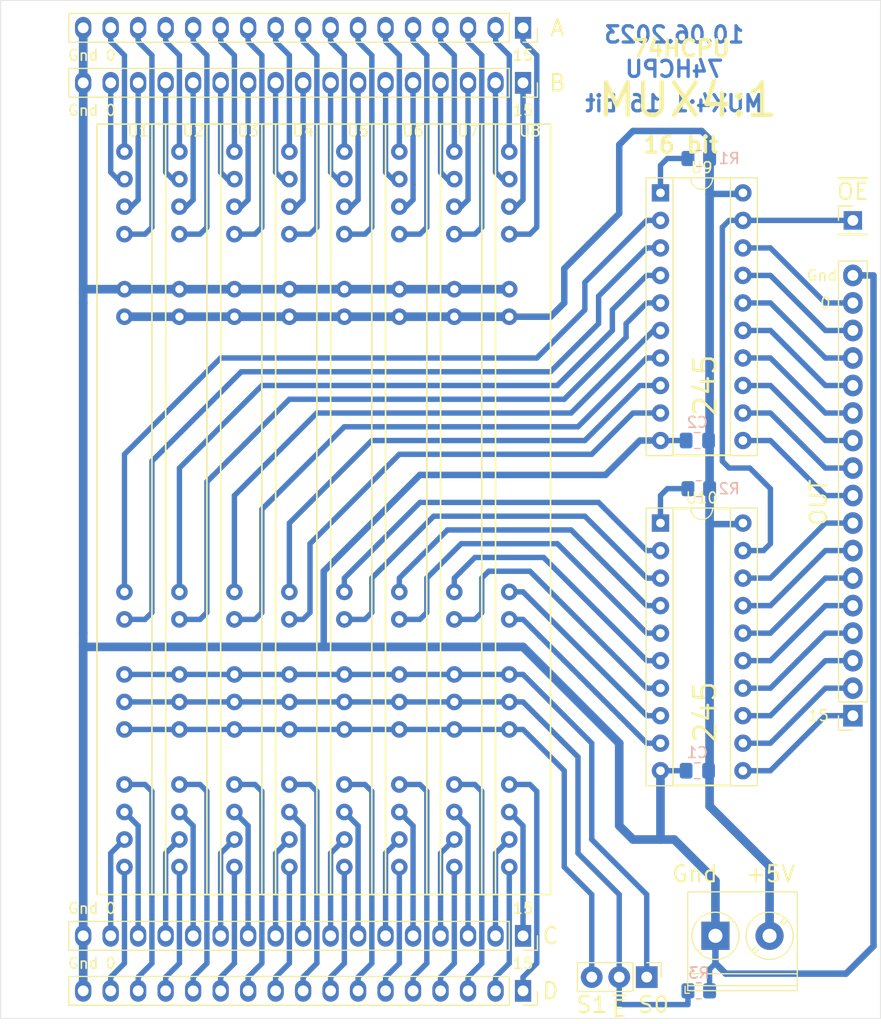
<source format=kicad_pcb>
(kicad_pcb (version 20171130) (host pcbnew "(5.1.8)-1")

  (general
    (thickness 1.6)
    (drawings 38)
    (tracks 452)
    (zones 0)
    (modules 27)
    (nets 105)
  )

  (page A4 portrait)
  (layers
    (0 F.Cu signal)
    (31 B.Cu signal)
    (32 B.Adhes user)
    (33 F.Adhes user)
    (34 B.Paste user)
    (35 F.Paste user)
    (36 B.SilkS user)
    (37 F.SilkS user)
    (38 B.Mask user)
    (39 F.Mask user)
    (40 Dwgs.User user)
    (41 Cmts.User user)
    (42 Eco1.User user)
    (43 Eco2.User user)
    (44 Edge.Cuts user)
    (45 Margin user)
    (46 B.CrtYd user)
    (47 F.CrtYd user)
    (48 B.Fab user)
    (49 F.Fab user)
  )

  (setup
    (last_trace_width 0.5)
    (user_trace_width 0.5)
    (user_trace_width 0.6)
    (user_trace_width 0.8)
    (trace_clearance 0.2)
    (zone_clearance 0.508)
    (zone_45_only no)
    (trace_min 0.2)
    (via_size 0.8)
    (via_drill 0.4)
    (via_min_size 0.4)
    (via_min_drill 0.3)
    (user_via 1.5 0.5)
    (uvia_size 0.3)
    (uvia_drill 0.1)
    (uvias_allowed no)
    (uvia_min_size 0.2)
    (uvia_min_drill 0.1)
    (edge_width 0.05)
    (segment_width 0.2)
    (pcb_text_width 0.3)
    (pcb_text_size 1.5 1.5)
    (mod_edge_width 0.12)
    (mod_text_size 1 1)
    (mod_text_width 0.15)
    (pad_size 1.524 1.524)
    (pad_drill 0.762)
    (pad_to_mask_clearance 0)
    (aux_axis_origin 0 0)
    (visible_elements 7FFFFFFF)
    (pcbplotparams
      (layerselection 0x010fc_ffffffff)
      (usegerberextensions false)
      (usegerberattributes true)
      (usegerberadvancedattributes true)
      (creategerberjobfile true)
      (excludeedgelayer true)
      (linewidth 0.100000)
      (plotframeref false)
      (viasonmask false)
      (mode 1)
      (useauxorigin false)
      (hpglpennumber 1)
      (hpglpenspeed 20)
      (hpglpendiameter 15.000000)
      (psnegative false)
      (psa4output false)
      (plotreference true)
      (plotvalue true)
      (plotinvisibletext false)
      (padsonsilk false)
      (subtractmaskfromsilk false)
      (outputformat 1)
      (mirror false)
      (drillshape 1)
      (scaleselection 1)
      (outputdirectory ""))
  )

  (net 0 "")
  (net 1 /A15)
  (net 2 /A14)
  (net 3 /A13)
  (net 4 /A12)
  (net 5 /A11)
  (net 6 /A10)
  (net 7 /A9)
  (net 8 /A8)
  (net 9 /A7)
  (net 10 /A6)
  (net 11 /A5)
  (net 12 /A4)
  (net 13 /A3)
  (net 14 /A2)
  (net 15 /A1)
  (net 16 /A0)
  (net 17 /B0)
  (net 18 /B1)
  (net 19 /B2)
  (net 20 /B3)
  (net 21 /B4)
  (net 22 /B5)
  (net 23 /B6)
  (net 24 /B7)
  (net 25 /B8)
  (net 26 /B9)
  (net 27 /B10)
  (net 28 /B11)
  (net 29 /B12)
  (net 30 /B13)
  (net 31 /B14)
  (net 32 /B15)
  (net 33 /C15)
  (net 34 /C14)
  (net 35 /C13)
  (net 36 /C12)
  (net 37 /C11)
  (net 38 /C10)
  (net 39 /C9)
  (net 40 /C8)
  (net 41 /C7)
  (net 42 /C6)
  (net 43 /C5)
  (net 44 /C4)
  (net 45 /C3)
  (net 46 /C2)
  (net 47 /C1)
  (net 48 /C0)
  (net 49 /D0)
  (net 50 /D1)
  (net 51 /D2)
  (net 52 /D3)
  (net 53 /D4)
  (net 54 /D5)
  (net 55 /D6)
  (net 56 /D7)
  (net 57 /D8)
  (net 58 /D9)
  (net 59 /D10)
  (net 60 /D11)
  (net 61 /D12)
  (net 62 /D13)
  (net 63 /D14)
  (net 64 /D15)
  (net 65 GND)
  (net 66 VCC)
  (net 67 /O1)
  (net 68 /O0)
  (net 69 /S0)
  (net 70 /~E)
  (net 71 /S1)
  (net 72 /O2)
  (net 73 /O3)
  (net 74 /O5)
  (net 75 /O4)
  (net 76 /O6)
  (net 77 /O7)
  (net 78 /O9)
  (net 79 /O8)
  (net 80 /O10)
  (net 81 /O11)
  (net 82 /O13)
  (net 83 /O12)
  (net 84 /O14)
  (net 85 /O15)
  (net 86 /BUS0)
  (net 87 /BUS1)
  (net 88 /BUS2)
  (net 89 /BUS3)
  (net 90 /BUS4)
  (net 91 /BUS5)
  (net 92 /BUS6)
  (net 93 /BUS7)
  (net 94 /BUS8)
  (net 95 /BUS9)
  (net 96 /BUS10)
  (net 97 /BUS11)
  (net 98 /BUS12)
  (net 99 /BUS13)
  (net 100 /BUS14)
  (net 101 /BUS15)
  (net 102 /~OE)
  (net 103 "Net-(R1-Pad1)")
  (net 104 "Net-(R2-Pad1)")

  (net_class Default "This is the default net class."
    (clearance 0.2)
    (trace_width 0.25)
    (via_dia 0.8)
    (via_drill 0.4)
    (uvia_dia 0.3)
    (uvia_drill 0.1)
    (add_net /A0)
    (add_net /A1)
    (add_net /A10)
    (add_net /A11)
    (add_net /A12)
    (add_net /A13)
    (add_net /A14)
    (add_net /A15)
    (add_net /A2)
    (add_net /A3)
    (add_net /A4)
    (add_net /A5)
    (add_net /A6)
    (add_net /A7)
    (add_net /A8)
    (add_net /A9)
    (add_net /B0)
    (add_net /B1)
    (add_net /B10)
    (add_net /B11)
    (add_net /B12)
    (add_net /B13)
    (add_net /B14)
    (add_net /B15)
    (add_net /B2)
    (add_net /B3)
    (add_net /B4)
    (add_net /B5)
    (add_net /B6)
    (add_net /B7)
    (add_net /B8)
    (add_net /B9)
    (add_net /BUS0)
    (add_net /BUS1)
    (add_net /BUS10)
    (add_net /BUS11)
    (add_net /BUS12)
    (add_net /BUS13)
    (add_net /BUS14)
    (add_net /BUS15)
    (add_net /BUS2)
    (add_net /BUS3)
    (add_net /BUS4)
    (add_net /BUS5)
    (add_net /BUS6)
    (add_net /BUS7)
    (add_net /BUS8)
    (add_net /BUS9)
    (add_net /C0)
    (add_net /C1)
    (add_net /C10)
    (add_net /C11)
    (add_net /C12)
    (add_net /C13)
    (add_net /C14)
    (add_net /C15)
    (add_net /C2)
    (add_net /C3)
    (add_net /C4)
    (add_net /C5)
    (add_net /C6)
    (add_net /C7)
    (add_net /C8)
    (add_net /C9)
    (add_net /D0)
    (add_net /D1)
    (add_net /D10)
    (add_net /D11)
    (add_net /D12)
    (add_net /D13)
    (add_net /D14)
    (add_net /D15)
    (add_net /D2)
    (add_net /D3)
    (add_net /D4)
    (add_net /D5)
    (add_net /D6)
    (add_net /D7)
    (add_net /D8)
    (add_net /D9)
    (add_net /O0)
    (add_net /O1)
    (add_net /O10)
    (add_net /O11)
    (add_net /O12)
    (add_net /O13)
    (add_net /O14)
    (add_net /O15)
    (add_net /O2)
    (add_net /O3)
    (add_net /O4)
    (add_net /O5)
    (add_net /O6)
    (add_net /O7)
    (add_net /O8)
    (add_net /O9)
    (add_net /S0)
    (add_net /S1)
    (add_net /~E)
    (add_net /~OE)
    (add_net GND)
    (add_net "Net-(R1-Pad1)")
    (add_net "Net-(R2-Pad1)")
    (add_net VCC)
  )

  (module Capacitor_SMD:C_0805_2012Metric_Pad1.18x1.45mm_HandSolder (layer B.Cu) (tedit 5F68FEEF) (tstamp 6483D791)
    (at 145.6475 63.5 180)
    (descr "Capacitor SMD 0805 (2012 Metric), square (rectangular) end terminal, IPC_7351 nominal with elongated pad for handsoldering. (Body size source: IPC-SM-782 page 76, https://www.pcb-3d.com/wordpress/wp-content/uploads/ipc-sm-782a_amendment_1_and_2.pdf, https://docs.google.com/spreadsheets/d/1BsfQQcO9C6DZCsRaXUlFlo91Tg2WpOkGARC1WS5S8t0/edit?usp=sharing), generated with kicad-footprint-generator")
    (tags "capacitor handsolder")
    (path /648AEE46)
    (attr smd)
    (fp_text reference C2 (at 0 1.68) (layer B.SilkS)
      (effects (font (size 1 1) (thickness 0.15)) (justify mirror))
    )
    (fp_text value 0.1uF (at 0 -1.68) (layer B.Fab)
      (effects (font (size 1 1) (thickness 0.15)) (justify mirror))
    )
    (fp_text user %R (at 0 0) (layer B.Fab)
      (effects (font (size 0.5 0.5) (thickness 0.08)) (justify mirror))
    )
    (fp_line (start -1 -0.625) (end -1 0.625) (layer B.Fab) (width 0.1))
    (fp_line (start -1 0.625) (end 1 0.625) (layer B.Fab) (width 0.1))
    (fp_line (start 1 0.625) (end 1 -0.625) (layer B.Fab) (width 0.1))
    (fp_line (start 1 -0.625) (end -1 -0.625) (layer B.Fab) (width 0.1))
    (fp_line (start -0.261252 0.735) (end 0.261252 0.735) (layer B.SilkS) (width 0.12))
    (fp_line (start -0.261252 -0.735) (end 0.261252 -0.735) (layer B.SilkS) (width 0.12))
    (fp_line (start -1.88 -0.98) (end -1.88 0.98) (layer B.CrtYd) (width 0.05))
    (fp_line (start -1.88 0.98) (end 1.88 0.98) (layer B.CrtYd) (width 0.05))
    (fp_line (start 1.88 0.98) (end 1.88 -0.98) (layer B.CrtYd) (width 0.05))
    (fp_line (start 1.88 -0.98) (end -1.88 -0.98) (layer B.CrtYd) (width 0.05))
    (pad 2 smd roundrect (at 1.0375 0 180) (size 1.175 1.45) (layers B.Cu B.Paste B.Mask) (roundrect_rratio 0.212766)
      (net 65 GND))
    (pad 1 smd roundrect (at -1.0375 0 180) (size 1.175 1.45) (layers B.Cu B.Paste B.Mask) (roundrect_rratio 0.212766)
      (net 66 VCC))
    (model ${KISYS3DMOD}/Capacitor_SMD.3dshapes/C_0805_2012Metric.wrl
      (at (xyz 0 0 0))
      (scale (xyz 1 1 1))
      (rotate (xyz 0 0 0))
    )
  )

  (module Capacitor_SMD:C_0805_2012Metric_Pad1.18x1.45mm_HandSolder (layer B.Cu) (tedit 5F68FEEF) (tstamp 6483D780)
    (at 145.6475 93.98 180)
    (descr "Capacitor SMD 0805 (2012 Metric), square (rectangular) end terminal, IPC_7351 nominal with elongated pad for handsoldering. (Body size source: IPC-SM-782 page 76, https://www.pcb-3d.com/wordpress/wp-content/uploads/ipc-sm-782a_amendment_1_and_2.pdf, https://docs.google.com/spreadsheets/d/1BsfQQcO9C6DZCsRaXUlFlo91Tg2WpOkGARC1WS5S8t0/edit?usp=sharing), generated with kicad-footprint-generator")
    (tags "capacitor handsolder")
    (path /648ABE23)
    (attr smd)
    (fp_text reference C1 (at 0 1.68) (layer B.SilkS)
      (effects (font (size 1 1) (thickness 0.15)) (justify mirror))
    )
    (fp_text value 0.1uF (at 0 -1.68) (layer B.Fab)
      (effects (font (size 1 1) (thickness 0.15)) (justify mirror))
    )
    (fp_text user %R (at 0 0) (layer B.Fab)
      (effects (font (size 0.5 0.5) (thickness 0.08)) (justify mirror))
    )
    (fp_line (start -1 -0.625) (end -1 0.625) (layer B.Fab) (width 0.1))
    (fp_line (start -1 0.625) (end 1 0.625) (layer B.Fab) (width 0.1))
    (fp_line (start 1 0.625) (end 1 -0.625) (layer B.Fab) (width 0.1))
    (fp_line (start 1 -0.625) (end -1 -0.625) (layer B.Fab) (width 0.1))
    (fp_line (start -0.261252 0.735) (end 0.261252 0.735) (layer B.SilkS) (width 0.12))
    (fp_line (start -0.261252 -0.735) (end 0.261252 -0.735) (layer B.SilkS) (width 0.12))
    (fp_line (start -1.88 -0.98) (end -1.88 0.98) (layer B.CrtYd) (width 0.05))
    (fp_line (start -1.88 0.98) (end 1.88 0.98) (layer B.CrtYd) (width 0.05))
    (fp_line (start 1.88 0.98) (end 1.88 -0.98) (layer B.CrtYd) (width 0.05))
    (fp_line (start 1.88 -0.98) (end -1.88 -0.98) (layer B.CrtYd) (width 0.05))
    (pad 2 smd roundrect (at 1.0375 0 180) (size 1.175 1.45) (layers B.Cu B.Paste B.Mask) (roundrect_rratio 0.212766)
      (net 65 GND))
    (pad 1 smd roundrect (at -1.0375 0 180) (size 1.175 1.45) (layers B.Cu B.Paste B.Mask) (roundrect_rratio 0.212766)
      (net 66 VCC))
    (model ${KISYS3DMOD}/Capacitor_SMD.3dshapes/C_0805_2012Metric.wrl
      (at (xyz 0 0 0))
      (scale (xyz 1 1 1))
      (rotate (xyz 0 0 0))
    )
  )

  (module Connector_PinSocket_2.54mm:PinSocket_1x17_P2.54mm_Vertical (layer F.Cu) (tedit 5A19A42B) (tstamp 6483C0EE)
    (at 160.02 88.9 180)
    (descr "Through hole straight socket strip, 1x17, 2.54mm pitch, single row (from Kicad 4.0.7), script generated")
    (tags "Through hole socket strip THT 1x17 2.54mm single row")
    (path /64885671)
    (fp_text reference J5 (at 0 -2.77) (layer F.SilkS) hide
      (effects (font (size 1 1) (thickness 0.15)))
    )
    (fp_text value Conn_01x17_Female (at 2.8575 25.4 90) (layer F.Fab)
      (effects (font (size 1 1) (thickness 0.15)))
    )
    (fp_line (start -1.8 42.4) (end -1.8 -1.8) (layer F.CrtYd) (width 0.05))
    (fp_line (start 1.75 42.4) (end -1.8 42.4) (layer F.CrtYd) (width 0.05))
    (fp_line (start 1.75 -1.8) (end 1.75 42.4) (layer F.CrtYd) (width 0.05))
    (fp_line (start -1.8 -1.8) (end 1.75 -1.8) (layer F.CrtYd) (width 0.05))
    (fp_line (start 0 -1.33) (end 1.33 -1.33) (layer F.SilkS) (width 0.12))
    (fp_line (start 1.33 -1.33) (end 1.33 0) (layer F.SilkS) (width 0.12))
    (fp_line (start 1.33 1.27) (end 1.33 41.97) (layer F.SilkS) (width 0.12))
    (fp_line (start -1.33 41.97) (end 1.33 41.97) (layer F.SilkS) (width 0.12))
    (fp_line (start -1.33 1.27) (end -1.33 41.97) (layer F.SilkS) (width 0.12))
    (fp_line (start -1.33 1.27) (end 1.33 1.27) (layer F.SilkS) (width 0.12))
    (fp_line (start -1.27 41.91) (end -1.27 -1.27) (layer F.Fab) (width 0.1))
    (fp_line (start 1.27 41.91) (end -1.27 41.91) (layer F.Fab) (width 0.1))
    (fp_line (start 1.27 -0.635) (end 1.27 41.91) (layer F.Fab) (width 0.1))
    (fp_line (start 0.635 -1.27) (end 1.27 -0.635) (layer F.Fab) (width 0.1))
    (fp_line (start -1.27 -1.27) (end 0.635 -1.27) (layer F.Fab) (width 0.1))
    (fp_text user %R (at 0 20.32 90) (layer F.Fab)
      (effects (font (size 1 1) (thickness 0.15)))
    )
    (pad 17 thru_hole oval (at 0 40.64 180) (size 1.8 2) (drill 1) (layers *.Cu *.Mask)
      (net 65 GND))
    (pad 16 thru_hole oval (at 0 38.1 180) (size 1.8 2) (drill 1) (layers *.Cu *.Mask)
      (net 86 /BUS0))
    (pad 15 thru_hole oval (at 0 35.56 180) (size 1.8 2) (drill 1) (layers *.Cu *.Mask)
      (net 87 /BUS1))
    (pad 14 thru_hole oval (at 0 33.02 180) (size 1.8 2) (drill 1) (layers *.Cu *.Mask)
      (net 88 /BUS2))
    (pad 13 thru_hole oval (at 0 30.48 180) (size 1.8 2) (drill 1) (layers *.Cu *.Mask)
      (net 89 /BUS3))
    (pad 12 thru_hole oval (at 0 27.94 180) (size 1.8 2) (drill 1) (layers *.Cu *.Mask)
      (net 90 /BUS4))
    (pad 11 thru_hole oval (at 0 25.4 180) (size 1.8 2) (drill 1) (layers *.Cu *.Mask)
      (net 91 /BUS5))
    (pad 10 thru_hole oval (at 0 22.86 180) (size 1.8 2) (drill 1) (layers *.Cu *.Mask)
      (net 92 /BUS6))
    (pad 9 thru_hole oval (at 0 20.32 180) (size 1.8 2) (drill 1) (layers *.Cu *.Mask)
      (net 93 /BUS7))
    (pad 8 thru_hole oval (at 0 17.78 180) (size 1.8 2) (drill 1) (layers *.Cu *.Mask)
      (net 94 /BUS8))
    (pad 7 thru_hole oval (at 0 15.24 180) (size 1.8 2) (drill 1) (layers *.Cu *.Mask)
      (net 95 /BUS9))
    (pad 6 thru_hole oval (at 0 12.7 180) (size 1.8 2) (drill 1) (layers *.Cu *.Mask)
      (net 96 /BUS10))
    (pad 5 thru_hole oval (at 0 10.16 180) (size 1.8 2) (drill 1) (layers *.Cu *.Mask)
      (net 97 /BUS11))
    (pad 4 thru_hole oval (at 0 7.62 180) (size 1.8 2) (drill 1) (layers *.Cu *.Mask)
      (net 98 /BUS12))
    (pad 3 thru_hole oval (at 0 5.08 180) (size 1.8 2) (drill 1) (layers *.Cu *.Mask)
      (net 99 /BUS13))
    (pad 2 thru_hole oval (at 0 2.54 180) (size 1.8 2) (drill 1) (layers *.Cu *.Mask)
      (net 100 /BUS14))
    (pad 1 thru_hole rect (at 0 0 180) (size 1.8 2) (drill 1) (layers *.Cu *.Mask)
      (net 101 /BUS15))
    (model ${KISYS3DMOD}/Connector_PinSocket_2.54mm.3dshapes/PinSocket_1x17_P2.54mm_Vertical.wrl
      (at (xyz 0 0 0))
      (scale (xyz 1 1 1))
      (rotate (xyz 0 0 0))
    )
  )

  (module Connector_PinSocket_2.54mm:PinSocket_1x17_P2.54mm_Vertical (layer F.Cu) (tedit 5A19A42B) (tstamp 6483C0C9)
    (at 129.54 114.3 270)
    (descr "Through hole straight socket strip, 1x17, 2.54mm pitch, single row (from Kicad 4.0.7), script generated")
    (tags "Through hole socket strip THT 1x17 2.54mm single row")
    (path /64883F7E)
    (fp_text reference J4 (at 0 -2.77 90) (layer F.SilkS) hide
      (effects (font (size 1 1) (thickness 0.15)))
    )
    (fp_text value Conn_01x17_Female (at -2.54 11.7475 180) (layer F.Fab)
      (effects (font (size 1 1) (thickness 0.15)))
    )
    (fp_line (start -1.8 42.4) (end -1.8 -1.8) (layer F.CrtYd) (width 0.05))
    (fp_line (start 1.75 42.4) (end -1.8 42.4) (layer F.CrtYd) (width 0.05))
    (fp_line (start 1.75 -1.8) (end 1.75 42.4) (layer F.CrtYd) (width 0.05))
    (fp_line (start -1.8 -1.8) (end 1.75 -1.8) (layer F.CrtYd) (width 0.05))
    (fp_line (start 0 -1.33) (end 1.33 -1.33) (layer F.SilkS) (width 0.12))
    (fp_line (start 1.33 -1.33) (end 1.33 0) (layer F.SilkS) (width 0.12))
    (fp_line (start 1.33 1.27) (end 1.33 41.97) (layer F.SilkS) (width 0.12))
    (fp_line (start -1.33 41.97) (end 1.33 41.97) (layer F.SilkS) (width 0.12))
    (fp_line (start -1.33 1.27) (end -1.33 41.97) (layer F.SilkS) (width 0.12))
    (fp_line (start -1.33 1.27) (end 1.33 1.27) (layer F.SilkS) (width 0.12))
    (fp_line (start -1.27 41.91) (end -1.27 -1.27) (layer F.Fab) (width 0.1))
    (fp_line (start 1.27 41.91) (end -1.27 41.91) (layer F.Fab) (width 0.1))
    (fp_line (start 1.27 -0.635) (end 1.27 41.91) (layer F.Fab) (width 0.1))
    (fp_line (start 0.635 -1.27) (end 1.27 -0.635) (layer F.Fab) (width 0.1))
    (fp_line (start -1.27 -1.27) (end 0.635 -1.27) (layer F.Fab) (width 0.1))
    (fp_text user %R (at 0 20.32) (layer F.Fab)
      (effects (font (size 1 1) (thickness 0.15)))
    )
    (pad 17 thru_hole oval (at 0 40.64 270) (size 2 1.5) (drill 1) (layers *.Cu *.Mask)
      (net 65 GND))
    (pad 16 thru_hole oval (at 0 38.1 270) (size 2 1.5) (drill 1) (layers *.Cu *.Mask)
      (net 49 /D0))
    (pad 15 thru_hole oval (at 0 35.56 270) (size 2 1.5) (drill 1) (layers *.Cu *.Mask)
      (net 50 /D1))
    (pad 14 thru_hole oval (at 0 33.02 270) (size 2 1.5) (drill 1) (layers *.Cu *.Mask)
      (net 51 /D2))
    (pad 13 thru_hole oval (at 0 30.48 270) (size 2 1.5) (drill 1) (layers *.Cu *.Mask)
      (net 52 /D3))
    (pad 12 thru_hole oval (at 0 27.94 270) (size 2 1.5) (drill 1) (layers *.Cu *.Mask)
      (net 53 /D4))
    (pad 11 thru_hole oval (at 0 25.4 270) (size 2 1.5) (drill 1) (layers *.Cu *.Mask)
      (net 54 /D5))
    (pad 10 thru_hole oval (at 0 22.86 270) (size 2 1.5) (drill 1) (layers *.Cu *.Mask)
      (net 55 /D6))
    (pad 9 thru_hole oval (at 0 20.32 270) (size 2 1.5) (drill 1) (layers *.Cu *.Mask)
      (net 56 /D7))
    (pad 8 thru_hole oval (at 0 17.78 270) (size 2 1.5) (drill 1) (layers *.Cu *.Mask)
      (net 57 /D8))
    (pad 7 thru_hole oval (at 0 15.24 270) (size 2 1.5) (drill 1) (layers *.Cu *.Mask)
      (net 58 /D9))
    (pad 6 thru_hole oval (at 0 12.7 270) (size 2 1.5) (drill 1) (layers *.Cu *.Mask)
      (net 59 /D10))
    (pad 5 thru_hole oval (at 0 10.16 270) (size 2 1.5) (drill 1) (layers *.Cu *.Mask)
      (net 60 /D11))
    (pad 4 thru_hole oval (at 0 7.62 270) (size 2 1.5) (drill 1) (layers *.Cu *.Mask)
      (net 61 /D12))
    (pad 3 thru_hole oval (at 0 5.08 270) (size 2 1.5) (drill 1) (layers *.Cu *.Mask)
      (net 62 /D13))
    (pad 2 thru_hole oval (at 0 2.54 270) (size 2 1.5) (drill 1) (layers *.Cu *.Mask)
      (net 63 /D14))
    (pad 1 thru_hole rect (at 0 0 270) (size 2 1.5) (drill 1) (layers *.Cu *.Mask)
      (net 64 /D15))
    (model ${KISYS3DMOD}/Connector_PinSocket_2.54mm.3dshapes/PinSocket_1x17_P2.54mm_Vertical.wrl
      (at (xyz 0 0 0))
      (scale (xyz 1 1 1))
      (rotate (xyz 0 0 0))
    )
  )

  (module Connector_PinSocket_2.54mm:PinSocket_1x17_P2.54mm_Vertical (layer F.Cu) (tedit 5A19A42B) (tstamp 6483C0A4)
    (at 129.54 109.22 270)
    (descr "Through hole straight socket strip, 1x17, 2.54mm pitch, single row (from Kicad 4.0.7), script generated")
    (tags "Through hole socket strip THT 1x17 2.54mm single row")
    (path /6487F49F)
    (fp_text reference J3 (at 0 -2.77 90) (layer F.SilkS) hide
      (effects (font (size 1 1) (thickness 0.15)))
    )
    (fp_text value Conn_01x17_Female (at 2.54 29.845 180) (layer F.Fab)
      (effects (font (size 1 1) (thickness 0.15)))
    )
    (fp_line (start -1.8 42.4) (end -1.8 -1.8) (layer F.CrtYd) (width 0.05))
    (fp_line (start 1.75 42.4) (end -1.8 42.4) (layer F.CrtYd) (width 0.05))
    (fp_line (start 1.75 -1.8) (end 1.75 42.4) (layer F.CrtYd) (width 0.05))
    (fp_line (start -1.8 -1.8) (end 1.75 -1.8) (layer F.CrtYd) (width 0.05))
    (fp_line (start 0 -1.33) (end 1.33 -1.33) (layer F.SilkS) (width 0.12))
    (fp_line (start 1.33 -1.33) (end 1.33 0) (layer F.SilkS) (width 0.12))
    (fp_line (start 1.33 1.27) (end 1.33 41.97) (layer F.SilkS) (width 0.12))
    (fp_line (start -1.33 41.97) (end 1.33 41.97) (layer F.SilkS) (width 0.12))
    (fp_line (start -1.33 1.27) (end -1.33 41.97) (layer F.SilkS) (width 0.12))
    (fp_line (start -1.33 1.27) (end 1.33 1.27) (layer F.SilkS) (width 0.12))
    (fp_line (start -1.27 41.91) (end -1.27 -1.27) (layer F.Fab) (width 0.1))
    (fp_line (start 1.27 41.91) (end -1.27 41.91) (layer F.Fab) (width 0.1))
    (fp_line (start 1.27 -0.635) (end 1.27 41.91) (layer F.Fab) (width 0.1))
    (fp_line (start 0.635 -1.27) (end 1.27 -0.635) (layer F.Fab) (width 0.1))
    (fp_line (start -1.27 -1.27) (end 0.635 -1.27) (layer F.Fab) (width 0.1))
    (fp_text user %R (at 0 20.32) (layer F.Fab)
      (effects (font (size 1 1) (thickness 0.15)))
    )
    (pad 17 thru_hole oval (at 0 40.64 270) (size 2 1.5) (drill 1) (layers *.Cu *.Mask)
      (net 65 GND))
    (pad 16 thru_hole oval (at 0 38.1 270) (size 2 1.5) (drill 1) (layers *.Cu *.Mask)
      (net 48 /C0))
    (pad 15 thru_hole oval (at 0 35.56 270) (size 2 1.5) (drill 1) (layers *.Cu *.Mask)
      (net 47 /C1))
    (pad 14 thru_hole oval (at 0 33.02 270) (size 2 1.5) (drill 1) (layers *.Cu *.Mask)
      (net 46 /C2))
    (pad 13 thru_hole oval (at 0 30.48 270) (size 2 1.5) (drill 1) (layers *.Cu *.Mask)
      (net 45 /C3))
    (pad 12 thru_hole oval (at 0 27.94 270) (size 2 1.5) (drill 1) (layers *.Cu *.Mask)
      (net 44 /C4))
    (pad 11 thru_hole oval (at 0 25.4 270) (size 2 1.5) (drill 1) (layers *.Cu *.Mask)
      (net 43 /C5))
    (pad 10 thru_hole oval (at 0 22.86 270) (size 2 1.5) (drill 1) (layers *.Cu *.Mask)
      (net 42 /C6))
    (pad 9 thru_hole oval (at 0 20.32 270) (size 2 1.5) (drill 1) (layers *.Cu *.Mask)
      (net 41 /C7))
    (pad 8 thru_hole oval (at 0 17.78 270) (size 2 1.5) (drill 1) (layers *.Cu *.Mask)
      (net 40 /C8))
    (pad 7 thru_hole oval (at 0 15.24 270) (size 2 1.5) (drill 1) (layers *.Cu *.Mask)
      (net 39 /C9))
    (pad 6 thru_hole oval (at 0 12.7 270) (size 2 1.5) (drill 1) (layers *.Cu *.Mask)
      (net 38 /C10))
    (pad 5 thru_hole oval (at 0 10.16 270) (size 2 1.5) (drill 1) (layers *.Cu *.Mask)
      (net 37 /C11))
    (pad 4 thru_hole oval (at 0 7.62 270) (size 2 1.5) (drill 1) (layers *.Cu *.Mask)
      (net 36 /C12))
    (pad 3 thru_hole oval (at 0 5.08 270) (size 2 1.5) (drill 1) (layers *.Cu *.Mask)
      (net 35 /C13))
    (pad 2 thru_hole oval (at 0 2.54 270) (size 2 1.5) (drill 1) (layers *.Cu *.Mask)
      (net 34 /C14))
    (pad 1 thru_hole rect (at 0 0 270) (size 2 1.5) (drill 1) (layers *.Cu *.Mask)
      (net 33 /C15))
    (model ${KISYS3DMOD}/Connector_PinSocket_2.54mm.3dshapes/PinSocket_1x17_P2.54mm_Vertical.wrl
      (at (xyz 0 0 0))
      (scale (xyz 1 1 1))
      (rotate (xyz 0 0 0))
    )
  )

  (module Connector_PinSocket_2.54mm:PinSocket_1x17_P2.54mm_Vertical (layer F.Cu) (tedit 5A19A42B) (tstamp 6483C07F)
    (at 129.54 30.48 270)
    (descr "Through hole straight socket strip, 1x17, 2.54mm pitch, single row (from Kicad 4.0.7), script generated")
    (tags "Through hole socket strip THT 1x17 2.54mm single row")
    (path /64882837)
    (fp_text reference J2 (at 0 -2.77 90) (layer F.SilkS) hide
      (effects (font (size 1 1) (thickness 0.15)))
    )
    (fp_text value Conn_01x17_Female (at -2.8575 12.3825 180) (layer F.Fab)
      (effects (font (size 1 1) (thickness 0.15)))
    )
    (fp_line (start -1.8 42.4) (end -1.8 -1.8) (layer F.CrtYd) (width 0.05))
    (fp_line (start 1.75 42.4) (end -1.8 42.4) (layer F.CrtYd) (width 0.05))
    (fp_line (start 1.75 -1.8) (end 1.75 42.4) (layer F.CrtYd) (width 0.05))
    (fp_line (start -1.8 -1.8) (end 1.75 -1.8) (layer F.CrtYd) (width 0.05))
    (fp_line (start 0 -1.33) (end 1.33 -1.33) (layer F.SilkS) (width 0.12))
    (fp_line (start 1.33 -1.33) (end 1.33 0) (layer F.SilkS) (width 0.12))
    (fp_line (start 1.33 1.27) (end 1.33 41.97) (layer F.SilkS) (width 0.12))
    (fp_line (start -1.33 41.97) (end 1.33 41.97) (layer F.SilkS) (width 0.12))
    (fp_line (start -1.33 1.27) (end -1.33 41.97) (layer F.SilkS) (width 0.12))
    (fp_line (start -1.33 1.27) (end 1.33 1.27) (layer F.SilkS) (width 0.12))
    (fp_line (start -1.27 41.91) (end -1.27 -1.27) (layer F.Fab) (width 0.1))
    (fp_line (start 1.27 41.91) (end -1.27 41.91) (layer F.Fab) (width 0.1))
    (fp_line (start 1.27 -0.635) (end 1.27 41.91) (layer F.Fab) (width 0.1))
    (fp_line (start 0.635 -1.27) (end 1.27 -0.635) (layer F.Fab) (width 0.1))
    (fp_line (start -1.27 -1.27) (end 0.635 -1.27) (layer F.Fab) (width 0.1))
    (fp_text user %R (at 0 20.32) (layer F.Fab)
      (effects (font (size 1 1) (thickness 0.15)))
    )
    (pad 17 thru_hole oval (at 0 40.64 270) (size 2 1.5) (drill 1) (layers *.Cu *.Mask)
      (net 65 GND))
    (pad 16 thru_hole oval (at 0 38.1 270) (size 2 1.5) (drill 1) (layers *.Cu *.Mask)
      (net 17 /B0))
    (pad 15 thru_hole oval (at 0 35.56 270) (size 2 1.5) (drill 1) (layers *.Cu *.Mask)
      (net 18 /B1))
    (pad 14 thru_hole oval (at 0 33.02 270) (size 2 1.5) (drill 1) (layers *.Cu *.Mask)
      (net 19 /B2))
    (pad 13 thru_hole oval (at 0 30.48 270) (size 2 1.5) (drill 1) (layers *.Cu *.Mask)
      (net 20 /B3))
    (pad 12 thru_hole oval (at 0 27.94 270) (size 2 1.5) (drill 1) (layers *.Cu *.Mask)
      (net 21 /B4))
    (pad 11 thru_hole oval (at 0 25.4 270) (size 2 1.5) (drill 1) (layers *.Cu *.Mask)
      (net 22 /B5))
    (pad 10 thru_hole oval (at 0 22.86 270) (size 2 1.5) (drill 1) (layers *.Cu *.Mask)
      (net 23 /B6))
    (pad 9 thru_hole oval (at 0 20.32 270) (size 2 1.5) (drill 1) (layers *.Cu *.Mask)
      (net 24 /B7))
    (pad 8 thru_hole oval (at 0 17.78 270) (size 2 1.5) (drill 1) (layers *.Cu *.Mask)
      (net 25 /B8))
    (pad 7 thru_hole oval (at 0 15.24 270) (size 2 1.5) (drill 1) (layers *.Cu *.Mask)
      (net 26 /B9))
    (pad 6 thru_hole oval (at 0 12.7 270) (size 2 1.5) (drill 1) (layers *.Cu *.Mask)
      (net 27 /B10))
    (pad 5 thru_hole oval (at 0 10.16 270) (size 2 1.5) (drill 1) (layers *.Cu *.Mask)
      (net 28 /B11))
    (pad 4 thru_hole oval (at 0 7.62 270) (size 2 1.5) (drill 1) (layers *.Cu *.Mask)
      (net 29 /B12))
    (pad 3 thru_hole oval (at 0 5.08 270) (size 2 1.5) (drill 1) (layers *.Cu *.Mask)
      (net 30 /B13))
    (pad 2 thru_hole oval (at 0 2.54 270) (size 2 1.5) (drill 1) (layers *.Cu *.Mask)
      (net 31 /B14))
    (pad 1 thru_hole rect (at 0 0 270) (size 2 1.5) (drill 1) (layers *.Cu *.Mask)
      (net 32 /B15))
    (model ${KISYS3DMOD}/Connector_PinSocket_2.54mm.3dshapes/PinSocket_1x17_P2.54mm_Vertical.wrl
      (at (xyz 0 0 0))
      (scale (xyz 1 1 1))
      (rotate (xyz 0 0 0))
    )
  )

  (module Connector_PinSocket_2.54mm:PinSocket_1x17_P2.54mm_Vertical (layer F.Cu) (tedit 5A19A42B) (tstamp 6483C05A)
    (at 129.54 25.4 270)
    (descr "Through hole straight socket strip, 1x17, 2.54mm pitch, single row (from Kicad 4.0.7), script generated")
    (tags "Through hole socket strip THT 1x17 2.54mm single row")
    (path /648669E6)
    (fp_text reference J1 (at 0 -2.77 90) (layer F.SilkS) hide
      (effects (font (size 1 1) (thickness 0.15)))
    )
    (fp_text value Conn_01x17_Female (at 2.2225 29.5275 180) (layer F.Fab)
      (effects (font (size 1 1) (thickness 0.15)))
    )
    (fp_line (start -1.8 42.4) (end -1.8 -1.8) (layer F.CrtYd) (width 0.05))
    (fp_line (start 1.75 42.4) (end -1.8 42.4) (layer F.CrtYd) (width 0.05))
    (fp_line (start 1.75 -1.8) (end 1.75 42.4) (layer F.CrtYd) (width 0.05))
    (fp_line (start -1.8 -1.8) (end 1.75 -1.8) (layer F.CrtYd) (width 0.05))
    (fp_line (start 0 -1.33) (end 1.33 -1.33) (layer F.SilkS) (width 0.12))
    (fp_line (start 1.33 -1.33) (end 1.33 0) (layer F.SilkS) (width 0.12))
    (fp_line (start 1.33 1.27) (end 1.33 41.97) (layer F.SilkS) (width 0.12))
    (fp_line (start -1.33 41.97) (end 1.33 41.97) (layer F.SilkS) (width 0.12))
    (fp_line (start -1.33 1.27) (end -1.33 41.97) (layer F.SilkS) (width 0.12))
    (fp_line (start -1.33 1.27) (end 1.33 1.27) (layer F.SilkS) (width 0.12))
    (fp_line (start -1.27 41.91) (end -1.27 -1.27) (layer F.Fab) (width 0.1))
    (fp_line (start 1.27 41.91) (end -1.27 41.91) (layer F.Fab) (width 0.1))
    (fp_line (start 1.27 -0.635) (end 1.27 41.91) (layer F.Fab) (width 0.1))
    (fp_line (start 0.635 -1.27) (end 1.27 -0.635) (layer F.Fab) (width 0.1))
    (fp_line (start -1.27 -1.27) (end 0.635 -1.27) (layer F.Fab) (width 0.1))
    (fp_text user %R (at 0 20.32) (layer F.Fab)
      (effects (font (size 1 1) (thickness 0.15)))
    )
    (pad 17 thru_hole oval (at 0 40.64 270) (size 2 1.5) (drill 1) (layers *.Cu *.Mask)
      (net 65 GND))
    (pad 16 thru_hole oval (at 0 38.1 270) (size 2 1.5) (drill 1) (layers *.Cu *.Mask)
      (net 16 /A0))
    (pad 15 thru_hole oval (at 0 35.56 270) (size 2 1.5) (drill 1) (layers *.Cu *.Mask)
      (net 15 /A1))
    (pad 14 thru_hole oval (at 0 33.02 270) (size 2 1.5) (drill 1) (layers *.Cu *.Mask)
      (net 14 /A2))
    (pad 13 thru_hole oval (at 0 30.48 270) (size 2 1.5) (drill 1) (layers *.Cu *.Mask)
      (net 13 /A3))
    (pad 12 thru_hole oval (at 0 27.94 270) (size 2 1.5) (drill 1) (layers *.Cu *.Mask)
      (net 12 /A4))
    (pad 11 thru_hole oval (at 0 25.4 270) (size 2 1.5) (drill 1) (layers *.Cu *.Mask)
      (net 11 /A5))
    (pad 10 thru_hole oval (at 0 22.86 270) (size 2 1.5) (drill 1) (layers *.Cu *.Mask)
      (net 10 /A6))
    (pad 9 thru_hole oval (at 0 20.32 270) (size 2 1.5) (drill 1) (layers *.Cu *.Mask)
      (net 9 /A7))
    (pad 8 thru_hole oval (at 0 17.78 270) (size 2 1.5) (drill 1) (layers *.Cu *.Mask)
      (net 8 /A8))
    (pad 7 thru_hole oval (at 0 15.24 270) (size 2 1.5) (drill 1) (layers *.Cu *.Mask)
      (net 7 /A9))
    (pad 6 thru_hole oval (at 0 12.7 270) (size 2 1.5) (drill 1) (layers *.Cu *.Mask)
      (net 6 /A10))
    (pad 5 thru_hole oval (at 0 10.16 270) (size 2 1.5) (drill 1) (layers *.Cu *.Mask)
      (net 5 /A11))
    (pad 4 thru_hole oval (at 0 7.62 270) (size 2 1.5) (drill 1) (layers *.Cu *.Mask)
      (net 4 /A12))
    (pad 3 thru_hole oval (at 0 5.08 270) (size 2 1.5) (drill 1) (layers *.Cu *.Mask)
      (net 3 /A13))
    (pad 2 thru_hole oval (at 0 2.54 270) (size 2 1.5) (drill 1) (layers *.Cu *.Mask)
      (net 2 /A14))
    (pad 1 thru_hole rect (at 0 0 270) (size 2 1.5) (drill 1) (layers *.Cu *.Mask)
      (net 1 /A15))
    (model ${KISYS3DMOD}/Connector_PinSocket_2.54mm.3dshapes/PinSocket_1x17_P2.54mm_Vertical.wrl
      (at (xyz 0 0 0))
      (scale (xyz 1 1 1))
      (rotate (xyz 0 0 0))
    )
  )

  (module MountingHole:MountingHole_3.2mm_M3 (layer F.Cu) (tedit 56D1B4CB) (tstamp 6483E329)
    (at 158.75 104.14)
    (descr "Mounting Hole 3.2mm, no annular, M3")
    (tags "mounting hole 3.2mm no annular m3")
    (path /6495D1D3)
    (attr virtual)
    (fp_text reference H4 (at 0 -4.2) (layer F.SilkS) hide
      (effects (font (size 1 1) (thickness 0.15)))
    )
    (fp_text value MountingHole (at -1.27 2.54) (layer F.Fab)
      (effects (font (size 1 1) (thickness 0.15)))
    )
    (fp_circle (center 0 0) (end 3.2 0) (layer Cmts.User) (width 0.15))
    (fp_circle (center 0 0) (end 3.45 0) (layer F.CrtYd) (width 0.05))
    (fp_text user %R (at 0.3 0) (layer F.Fab)
      (effects (font (size 1 1) (thickness 0.15)))
    )
    (pad 1 np_thru_hole circle (at 0 0) (size 3.2 3.2) (drill 3.2) (layers *.Cu *.Mask))
  )

  (module MountingHole:MountingHole_3.2mm_M3 (layer F.Cu) (tedit 56D1B4CB) (tstamp 6483E321)
    (at 158.75 35.56)
    (descr "Mounting Hole 3.2mm, no annular, M3")
    (tags "mounting hole 3.2mm no annular m3")
    (path /6495C07C)
    (attr virtual)
    (fp_text reference H3 (at -3.81 -2.54) (layer F.SilkS) hide
      (effects (font (size 1 1) (thickness 0.15)))
    )
    (fp_text value MountingHole (at -1.27 4.2) (layer F.Fab)
      (effects (font (size 1 1) (thickness 0.15)))
    )
    (fp_circle (center 0 0) (end 3.2 0) (layer Cmts.User) (width 0.15))
    (fp_circle (center 0 0) (end 3.45 0) (layer F.CrtYd) (width 0.05))
    (fp_text user %R (at 0.3 0) (layer F.Fab)
      (effects (font (size 1 1) (thickness 0.15)))
    )
    (pad 1 np_thru_hole circle (at 0 0) (size 3.2 3.2) (drill 3.2) (layers *.Cu *.Mask))
  )

  (module MountingHole:MountingHole_3.2mm_M3 (layer F.Cu) (tedit 56D1B4CB) (tstamp 6483E319)
    (at 85.09 104.14)
    (descr "Mounting Hole 3.2mm, no annular, M3")
    (tags "mounting hole 3.2mm no annular m3")
    (path /6495D1D9)
    (attr virtual)
    (fp_text reference H2 (at 0 -4.2) (layer F.SilkS) hide
      (effects (font (size 1 1) (thickness 0.15)))
    )
    (fp_text value MountingHole (at 1.27 2.54) (layer F.Fab)
      (effects (font (size 1 1) (thickness 0.15)))
    )
    (fp_circle (center 0 0) (end 3.2 0) (layer Cmts.User) (width 0.15))
    (fp_circle (center 0 0) (end 3.45 0) (layer F.CrtYd) (width 0.05))
    (fp_text user %R (at 0.3 0) (layer F.Fab)
      (effects (font (size 1 1) (thickness 0.15)))
    )
    (pad 1 np_thru_hole circle (at 0 0) (size 3.2 3.2) (drill 3.2) (layers *.Cu *.Mask))
  )

  (module MountingHole:MountingHole_3.2mm_M3 (layer F.Cu) (tedit 56D1B4CB) (tstamp 6483E311)
    (at 85.09 35.56)
    (descr "Mounting Hole 3.2mm, no annular, M3")
    (tags "mounting hole 3.2mm no annular m3")
    (path /6495CA79)
    (attr virtual)
    (fp_text reference H1 (at -2.54 -2.54) (layer F.SilkS) hide
      (effects (font (size 1 1) (thickness 0.15)))
    )
    (fp_text value MountingHole (at 1.27 2.54) (layer F.Fab)
      (effects (font (size 1 1) (thickness 0.15)))
    )
    (fp_circle (center 0 0) (end 3.2 0) (layer Cmts.User) (width 0.15))
    (fp_circle (center 0 0) (end 3.45 0) (layer F.CrtYd) (width 0.05))
    (fp_text user %R (at 0.3 0) (layer F.Fab)
      (effects (font (size 1 1) (thickness 0.15)))
    )
    (pad 1 np_thru_hole circle (at 0 0) (size 3.2 3.2) (drill 3.2) (layers *.Cu *.Mask))
  )

  (module Resistor_SMD:R_0805_2012Metric_Pad1.20x1.40mm_HandSolder (layer B.Cu) (tedit 5F68FEEE) (tstamp 6483C7C4)
    (at 145.78 114.3 180)
    (descr "Resistor SMD 0805 (2012 Metric), square (rectangular) end terminal, IPC_7351 nominal with elongated pad for handsoldering. (Body size source: IPC-SM-782 page 72, https://www.pcb-3d.com/wordpress/wp-content/uploads/ipc-sm-782a_amendment_1_and_2.pdf), generated with kicad-footprint-generator")
    (tags "resistor handsolder")
    (path /648B6F1C)
    (attr smd)
    (fp_text reference R3 (at 0 1.65) (layer B.SilkS)
      (effects (font (size 1 1) (thickness 0.15)) (justify mirror))
    )
    (fp_text value 10k (at 0 -1.65) (layer B.Fab)
      (effects (font (size 1 1) (thickness 0.15)) (justify mirror))
    )
    (fp_line (start -1 -0.625) (end -1 0.625) (layer B.Fab) (width 0.1))
    (fp_line (start -1 0.625) (end 1 0.625) (layer B.Fab) (width 0.1))
    (fp_line (start 1 0.625) (end 1 -0.625) (layer B.Fab) (width 0.1))
    (fp_line (start 1 -0.625) (end -1 -0.625) (layer B.Fab) (width 0.1))
    (fp_line (start -0.227064 0.735) (end 0.227064 0.735) (layer B.SilkS) (width 0.12))
    (fp_line (start -0.227064 -0.735) (end 0.227064 -0.735) (layer B.SilkS) (width 0.12))
    (fp_line (start -1.85 -0.95) (end -1.85 0.95) (layer B.CrtYd) (width 0.05))
    (fp_line (start -1.85 0.95) (end 1.85 0.95) (layer B.CrtYd) (width 0.05))
    (fp_line (start 1.85 0.95) (end 1.85 -0.95) (layer B.CrtYd) (width 0.05))
    (fp_line (start 1.85 -0.95) (end -1.85 -0.95) (layer B.CrtYd) (width 0.05))
    (fp_text user %R (at 0 0) (layer B.Fab)
      (effects (font (size 0.5 0.5) (thickness 0.08)) (justify mirror))
    )
    (pad 2 smd roundrect (at 1 0 180) (size 1.2 1.4) (layers B.Cu B.Paste B.Mask) (roundrect_rratio 0.208333)
      (net 70 /~E))
    (pad 1 smd roundrect (at -1 0 180) (size 1.2 1.4) (layers B.Cu B.Paste B.Mask) (roundrect_rratio 0.208333)
      (net 65 GND))
    (model ${KISYS3DMOD}/Resistor_SMD.3dshapes/R_0805_2012Metric.wrl
      (at (xyz 0 0 0))
      (scale (xyz 1 1 1))
      (rotate (xyz 0 0 0))
    )
  )

  (module Resistor_SMD:R_0805_2012Metric_Pad1.20x1.40mm_HandSolder (layer B.Cu) (tedit 5F68FEEE) (tstamp 6483C7B3)
    (at 145.78 67.945)
    (descr "Resistor SMD 0805 (2012 Metric), square (rectangular) end terminal, IPC_7351 nominal with elongated pad for handsoldering. (Body size source: IPC-SM-782 page 72, https://www.pcb-3d.com/wordpress/wp-content/uploads/ipc-sm-782a_amendment_1_and_2.pdf), generated with kicad-footprint-generator")
    (tags "resistor handsolder")
    (path /648927C5)
    (attr smd)
    (fp_text reference R2 (at 2.81 0) (layer B.SilkS)
      (effects (font (size 1 1) (thickness 0.15)) (justify mirror))
    )
    (fp_text value 10k (at 0 -1.65) (layer B.Fab)
      (effects (font (size 1 1) (thickness 0.15)) (justify mirror))
    )
    (fp_line (start -1 -0.625) (end -1 0.625) (layer B.Fab) (width 0.1))
    (fp_line (start -1 0.625) (end 1 0.625) (layer B.Fab) (width 0.1))
    (fp_line (start 1 0.625) (end 1 -0.625) (layer B.Fab) (width 0.1))
    (fp_line (start 1 -0.625) (end -1 -0.625) (layer B.Fab) (width 0.1))
    (fp_line (start -0.227064 0.735) (end 0.227064 0.735) (layer B.SilkS) (width 0.12))
    (fp_line (start -0.227064 -0.735) (end 0.227064 -0.735) (layer B.SilkS) (width 0.12))
    (fp_line (start -1.85 -0.95) (end -1.85 0.95) (layer B.CrtYd) (width 0.05))
    (fp_line (start -1.85 0.95) (end 1.85 0.95) (layer B.CrtYd) (width 0.05))
    (fp_line (start 1.85 0.95) (end 1.85 -0.95) (layer B.CrtYd) (width 0.05))
    (fp_line (start 1.85 -0.95) (end -1.85 -0.95) (layer B.CrtYd) (width 0.05))
    (fp_text user %R (at 0 0) (layer B.Fab)
      (effects (font (size 0.5 0.5) (thickness 0.08)) (justify mirror))
    )
    (pad 2 smd roundrect (at 1 0) (size 1.2 1.4) (layers B.Cu B.Paste B.Mask) (roundrect_rratio 0.208333)
      (net 66 VCC))
    (pad 1 smd roundrect (at -1 0) (size 1.2 1.4) (layers B.Cu B.Paste B.Mask) (roundrect_rratio 0.208333)
      (net 104 "Net-(R2-Pad1)"))
    (model ${KISYS3DMOD}/Resistor_SMD.3dshapes/R_0805_2012Metric.wrl
      (at (xyz 0 0 0))
      (scale (xyz 1 1 1))
      (rotate (xyz 0 0 0))
    )
  )

  (module Resistor_SMD:R_0805_2012Metric_Pad1.20x1.40mm_HandSolder (layer B.Cu) (tedit 5F68FEEE) (tstamp 6483C7A2)
    (at 145.78 37.465)
    (descr "Resistor SMD 0805 (2012 Metric), square (rectangular) end terminal, IPC_7351 nominal with elongated pad for handsoldering. (Body size source: IPC-SM-782 page 72, https://www.pcb-3d.com/wordpress/wp-content/uploads/ipc-sm-782a_amendment_1_and_2.pdf), generated with kicad-footprint-generator")
    (tags "resistor handsolder")
    (path /6486449B)
    (attr smd)
    (fp_text reference R1 (at 2.81 0) (layer B.SilkS)
      (effects (font (size 1 1) (thickness 0.15)) (justify mirror))
    )
    (fp_text value 10k (at 0 -1.65) (layer B.Fab)
      (effects (font (size 1 1) (thickness 0.15)) (justify mirror))
    )
    (fp_line (start -1 -0.625) (end -1 0.625) (layer B.Fab) (width 0.1))
    (fp_line (start -1 0.625) (end 1 0.625) (layer B.Fab) (width 0.1))
    (fp_line (start 1 0.625) (end 1 -0.625) (layer B.Fab) (width 0.1))
    (fp_line (start 1 -0.625) (end -1 -0.625) (layer B.Fab) (width 0.1))
    (fp_line (start -0.227064 0.735) (end 0.227064 0.735) (layer B.SilkS) (width 0.12))
    (fp_line (start -0.227064 -0.735) (end 0.227064 -0.735) (layer B.SilkS) (width 0.12))
    (fp_line (start -1.85 -0.95) (end -1.85 0.95) (layer B.CrtYd) (width 0.05))
    (fp_line (start -1.85 0.95) (end 1.85 0.95) (layer B.CrtYd) (width 0.05))
    (fp_line (start 1.85 0.95) (end 1.85 -0.95) (layer B.CrtYd) (width 0.05))
    (fp_line (start 1.85 -0.95) (end -1.85 -0.95) (layer B.CrtYd) (width 0.05))
    (fp_text user %R (at 0 0) (layer B.Fab)
      (effects (font (size 0.5 0.5) (thickness 0.08)) (justify mirror))
    )
    (pad 2 smd roundrect (at 1 0) (size 1.2 1.4) (layers B.Cu B.Paste B.Mask) (roundrect_rratio 0.208333)
      (net 66 VCC))
    (pad 1 smd roundrect (at -1 0) (size 1.2 1.4) (layers B.Cu B.Paste B.Mask) (roundrect_rratio 0.208333)
      (net 103 "Net-(R1-Pad1)"))
    (model ${KISYS3DMOD}/Resistor_SMD.3dshapes/R_0805_2012Metric.wrl
      (at (xyz 0 0 0))
      (scale (xyz 1 1 1))
      (rotate (xyz 0 0 0))
    )
  )

  (module TerminalBlock_Phoenix:TerminalBlock_Phoenix_PT-1,5-2-5.0-H_1x02_P5.00mm_Horizontal (layer F.Cu) (tedit 5B294F69) (tstamp 6483C791)
    (at 147.32 109.22)
    (descr "Terminal Block Phoenix PT-1,5-2-5.0-H, 2 pins, pitch 5mm, size 10x9mm^2, drill diamater 1.3mm, pad diameter 2.6mm, see http://www.mouser.com/ds/2/324/ItemDetail_1935161-922578.pdf, script-generated using https://github.com/pointhi/kicad-footprint-generator/scripts/TerminalBlock_Phoenix")
    (tags "THT Terminal Block Phoenix PT-1,5-2-5.0-H pitch 5mm size 10x9mm^2 drill 1.3mm pad 2.6mm")
    (path /648DFC45)
    (fp_text reference J8 (at 2.5 -5.06) (layer F.SilkS) hide
      (effects (font (size 1 1) (thickness 0.15)))
    )
    (fp_text value Screw_Terminal_01x02 (at 2.5 6.06) (layer F.Fab)
      (effects (font (size 1 1) (thickness 0.15)))
    )
    (fp_circle (center 0 0) (end 2 0) (layer F.Fab) (width 0.1))
    (fp_circle (center 0 0) (end 2.18 0) (layer F.SilkS) (width 0.12))
    (fp_circle (center 5 0) (end 7 0) (layer F.Fab) (width 0.1))
    (fp_circle (center 5 0) (end 7.18 0) (layer F.SilkS) (width 0.12))
    (fp_line (start -2.5 -4) (end 7.5 -4) (layer F.Fab) (width 0.1))
    (fp_line (start 7.5 -4) (end 7.5 5) (layer F.Fab) (width 0.1))
    (fp_line (start 7.5 5) (end -2.1 5) (layer F.Fab) (width 0.1))
    (fp_line (start -2.1 5) (end -2.5 4.6) (layer F.Fab) (width 0.1))
    (fp_line (start -2.5 4.6) (end -2.5 -4) (layer F.Fab) (width 0.1))
    (fp_line (start -2.5 4.6) (end 7.5 4.6) (layer F.Fab) (width 0.1))
    (fp_line (start -2.56 4.6) (end 7.56 4.6) (layer F.SilkS) (width 0.12))
    (fp_line (start -2.5 3.5) (end 7.5 3.5) (layer F.Fab) (width 0.1))
    (fp_line (start -2.56 3.5) (end 7.56 3.5) (layer F.SilkS) (width 0.12))
    (fp_line (start -2.56 -4.06) (end 7.56 -4.06) (layer F.SilkS) (width 0.12))
    (fp_line (start -2.56 5.06) (end 7.56 5.06) (layer F.SilkS) (width 0.12))
    (fp_line (start -2.56 -4.06) (end -2.56 5.06) (layer F.SilkS) (width 0.12))
    (fp_line (start 7.56 -4.06) (end 7.56 5.06) (layer F.SilkS) (width 0.12))
    (fp_line (start 1.517 -1.273) (end -1.273 1.517) (layer F.Fab) (width 0.1))
    (fp_line (start 1.273 -1.517) (end -1.517 1.273) (layer F.Fab) (width 0.1))
    (fp_line (start 1.654 -1.388) (end 1.547 -1.281) (layer F.SilkS) (width 0.12))
    (fp_line (start -1.282 1.547) (end -1.388 1.654) (layer F.SilkS) (width 0.12))
    (fp_line (start 1.388 -1.654) (end 1.281 -1.547) (layer F.SilkS) (width 0.12))
    (fp_line (start -1.548 1.281) (end -1.654 1.388) (layer F.SilkS) (width 0.12))
    (fp_line (start 6.517 -1.273) (end 3.728 1.517) (layer F.Fab) (width 0.1))
    (fp_line (start 6.273 -1.517) (end 3.484 1.273) (layer F.Fab) (width 0.1))
    (fp_line (start 6.654 -1.388) (end 6.259 -0.992) (layer F.SilkS) (width 0.12))
    (fp_line (start 3.993 1.274) (end 3.613 1.654) (layer F.SilkS) (width 0.12))
    (fp_line (start 6.388 -1.654) (end 6.008 -1.274) (layer F.SilkS) (width 0.12))
    (fp_line (start 3.742 0.992) (end 3.347 1.388) (layer F.SilkS) (width 0.12))
    (fp_line (start -2.8 4.66) (end -2.8 5.3) (layer F.SilkS) (width 0.12))
    (fp_line (start -2.8 5.3) (end -2.4 5.3) (layer F.SilkS) (width 0.12))
    (fp_line (start -3 -4.5) (end -3 5.5) (layer F.CrtYd) (width 0.05))
    (fp_line (start -3 5.5) (end 8 5.5) (layer F.CrtYd) (width 0.05))
    (fp_line (start 8 5.5) (end 8 -4.5) (layer F.CrtYd) (width 0.05))
    (fp_line (start 8 -4.5) (end -3 -4.5) (layer F.CrtYd) (width 0.05))
    (fp_text user %R (at 2.5 2.9) (layer F.Fab)
      (effects (font (size 1 1) (thickness 0.15)))
    )
    (pad 2 thru_hole circle (at 5 0) (size 2.6 2.6) (drill 1.3) (layers *.Cu *.Mask)
      (net 66 VCC))
    (pad 1 thru_hole rect (at 0 0) (size 2.6 2.6) (drill 1.3) (layers *.Cu *.Mask)
      (net 65 GND))
    (model ${KISYS3DMOD}/TerminalBlock_Phoenix.3dshapes/TerminalBlock_Phoenix_PT-1,5-2-5.0-H_1x02_P5.00mm_Horizontal.wrl
      (at (xyz 0 0 0))
      (scale (xyz 1 1 1))
      (rotate (xyz 0 0 0))
    )
  )

  (module Connector_PinHeader_2.54mm:PinHeader_1x03_P2.54mm_Vertical (layer F.Cu) (tedit 59FED5CC) (tstamp 6483C767)
    (at 140.97 113.03 270)
    (descr "Through hole straight pin header, 1x03, 2.54mm pitch, single row")
    (tags "Through hole pin header THT 1x03 2.54mm single row")
    (path /648B4729)
    (fp_text reference J7 (at 0 -2.33 90) (layer F.SilkS) hide
      (effects (font (size 1 1) (thickness 0.15)))
    )
    (fp_text value Conn_01x03_Male (at 2.54 2.54 180) (layer F.Fab)
      (effects (font (size 1 1) (thickness 0.15)))
    )
    (fp_line (start -0.635 -1.27) (end 1.27 -1.27) (layer F.Fab) (width 0.1))
    (fp_line (start 1.27 -1.27) (end 1.27 6.35) (layer F.Fab) (width 0.1))
    (fp_line (start 1.27 6.35) (end -1.27 6.35) (layer F.Fab) (width 0.1))
    (fp_line (start -1.27 6.35) (end -1.27 -0.635) (layer F.Fab) (width 0.1))
    (fp_line (start -1.27 -0.635) (end -0.635 -1.27) (layer F.Fab) (width 0.1))
    (fp_line (start -1.33 6.41) (end 1.33 6.41) (layer F.SilkS) (width 0.12))
    (fp_line (start -1.33 1.27) (end -1.33 6.41) (layer F.SilkS) (width 0.12))
    (fp_line (start 1.33 1.27) (end 1.33 6.41) (layer F.SilkS) (width 0.12))
    (fp_line (start -1.33 1.27) (end 1.33 1.27) (layer F.SilkS) (width 0.12))
    (fp_line (start -1.33 0) (end -1.33 -1.33) (layer F.SilkS) (width 0.12))
    (fp_line (start -1.33 -1.33) (end 0 -1.33) (layer F.SilkS) (width 0.12))
    (fp_line (start -1.8 -1.8) (end -1.8 6.85) (layer F.CrtYd) (width 0.05))
    (fp_line (start -1.8 6.85) (end 1.8 6.85) (layer F.CrtYd) (width 0.05))
    (fp_line (start 1.8 6.85) (end 1.8 -1.8) (layer F.CrtYd) (width 0.05))
    (fp_line (start 1.8 -1.8) (end -1.8 -1.8) (layer F.CrtYd) (width 0.05))
    (fp_text user %R (at 0 2.54) (layer F.Fab)
      (effects (font (size 1 1) (thickness 0.15)))
    )
    (pad 3 thru_hole oval (at 0 5.08 270) (size 2 2) (drill 1) (layers *.Cu *.Mask)
      (net 71 /S1))
    (pad 2 thru_hole oval (at 0 2.54 270) (size 2 2) (drill 1) (layers *.Cu *.Mask)
      (net 70 /~E))
    (pad 1 thru_hole rect (at 0 0 270) (size 2 2) (drill 1) (layers *.Cu *.Mask)
      (net 69 /S0))
    (model ${KISYS3DMOD}/Connector_PinHeader_2.54mm.3dshapes/PinHeader_1x03_P2.54mm_Vertical.wrl
      (at (xyz 0 0 0))
      (scale (xyz 1 1 1))
      (rotate (xyz 0 0 0))
    )
  )

  (module Connector_PinHeader_2.54mm:PinHeader_1x01_P2.54mm_Vertical (layer F.Cu) (tedit 59FED5CC) (tstamp 6483C750)
    (at 160.02 43.18)
    (descr "Through hole straight pin header, 1x01, 2.54mm pitch, single row")
    (tags "Through hole pin header THT 1x01 2.54mm single row")
    (path /64840BEB)
    (fp_text reference J6 (at 0 -2.33) (layer F.SilkS) hide
      (effects (font (size 1 1) (thickness 0.15)))
    )
    (fp_text value Conn_01x01_Male (at -3.81 0 90) (layer F.Fab)
      (effects (font (size 1 1) (thickness 0.15)))
    )
    (fp_line (start -0.635 -1.27) (end 1.27 -1.27) (layer F.Fab) (width 0.1))
    (fp_line (start 1.27 -1.27) (end 1.27 1.27) (layer F.Fab) (width 0.1))
    (fp_line (start 1.27 1.27) (end -1.27 1.27) (layer F.Fab) (width 0.1))
    (fp_line (start -1.27 1.27) (end -1.27 -0.635) (layer F.Fab) (width 0.1))
    (fp_line (start -1.27 -0.635) (end -0.635 -1.27) (layer F.Fab) (width 0.1))
    (fp_line (start -1.33 1.33) (end 1.33 1.33) (layer F.SilkS) (width 0.12))
    (fp_line (start -1.33 1.27) (end -1.33 1.33) (layer F.SilkS) (width 0.12))
    (fp_line (start 1.33 1.27) (end 1.33 1.33) (layer F.SilkS) (width 0.12))
    (fp_line (start -1.33 1.27) (end 1.33 1.27) (layer F.SilkS) (width 0.12))
    (fp_line (start -1.33 0) (end -1.33 -1.33) (layer F.SilkS) (width 0.12))
    (fp_line (start -1.33 -1.33) (end 0 -1.33) (layer F.SilkS) (width 0.12))
    (fp_line (start -1.8 -1.8) (end -1.8 1.8) (layer F.CrtYd) (width 0.05))
    (fp_line (start -1.8 1.8) (end 1.8 1.8) (layer F.CrtYd) (width 0.05))
    (fp_line (start 1.8 1.8) (end 1.8 -1.8) (layer F.CrtYd) (width 0.05))
    (fp_line (start 1.8 -1.8) (end -1.8 -1.8) (layer F.CrtYd) (width 0.05))
    (fp_text user %R (at 0 0 90) (layer F.Fab)
      (effects (font (size 1 1) (thickness 0.15)))
    )
    (pad 1 thru_hole rect (at 0 0) (size 1.7 1.7) (drill 1) (layers *.Cu *.Mask)
      (net 102 /~OE))
    (model ${KISYS3DMOD}/Connector_PinHeader_2.54mm.3dshapes/PinHeader_1x01_P2.54mm_Vertical.wrl
      (at (xyz 0 0 0))
      (scale (xyz 1 1 1))
      (rotate (xyz 0 0 0))
    )
  )

  (module CommonLibrary:MUX1 (layer F.Cu) (tedit 64824DBD) (tstamp 6482D7FE)
    (at 128.27 36.83)
    (path /64849271)
    (fp_text reference U8 (at 1.905 -1.905) (layer F.SilkS)
      (effects (font (size 1 1) (thickness 0.15)))
    )
    (fp_text value MUX4 (at 2.54 -1.27) (layer F.Fab)
      (effects (font (size 1 1) (thickness 0.15)))
    )
    (fp_line (start -2.54 68.58) (end -2.54 -2.54) (layer F.SilkS) (width 0.15))
    (fp_line (start 3.81 68.58) (end -2.54 68.58) (layer F.SilkS) (width 0.15))
    (fp_line (start 3.81 -2.54) (end 3.81 68.58) (layer F.SilkS) (width 0.15))
    (fp_line (start -2.54 -2.54) (end 3.81 -2.54) (layer F.SilkS) (width 0.15))
    (pad 15 thru_hole circle (at 0 66.04) (size 1.524 1.524) (drill 0.762) (layers *.Cu *.Mask)
      (net 63 /D14))
    (pad 14 thru_hole circle (at 0 63.5) (size 1.524 1.524) (drill 0.762) (layers *.Cu *.Mask)
      (net 34 /C14))
    (pad 13 thru_hole circle (at 0 60.96) (size 1.524 1.524) (drill 0.762) (layers *.Cu *.Mask)
      (net 33 /C15))
    (pad 12 thru_hole circle (at 0 58.42) (size 1.524 1.524) (drill 0.762) (layers *.Cu *.Mask)
      (net 64 /D15))
    (pad 11 thru_hole circle (at 0 53.34) (size 1.524 1.524) (drill 0.762) (layers *.Cu *.Mask)
      (net 71 /S1))
    (pad 10 thru_hole circle (at 0 50.8) (size 1.524 1.524) (drill 0.762) (layers *.Cu *.Mask)
      (net 70 /~E))
    (pad 9 thru_hole circle (at 0 48.26) (size 1.524 1.524) (drill 0.762) (layers *.Cu *.Mask)
      (net 69 /S0))
    (pad 8 thru_hole circle (at 0 43.18) (size 1.524 1.524) (drill 0.762) (layers *.Cu *.Mask)
      (net 85 /O15))
    (pad 7 thru_hole circle (at 0 40.64) (size 1.524 1.524) (drill 0.762) (layers *.Cu *.Mask)
      (net 84 /O14))
    (pad 6 thru_hole circle (at 0 15.24) (size 1.524 1.524) (drill 0.762) (layers *.Cu *.Mask)
      (net 66 VCC))
    (pad 5 thru_hole circle (at 0 12.7) (size 1.524 1.524) (drill 0.762) (layers *.Cu *.Mask)
      (net 65 GND))
    (pad 4 thru_hole circle (at 0 7.62) (size 1.524 1.524) (drill 0.762) (layers *.Cu *.Mask)
      (net 1 /A15))
    (pad 3 thru_hole circle (at 0 5.08) (size 1.524 1.524) (drill 0.762) (layers *.Cu *.Mask)
      (net 32 /B15))
    (pad 2 thru_hole circle (at 0 2.54) (size 1.524 1.524) (drill 0.762) (layers *.Cu *.Mask)
      (net 31 /B14))
    (pad 1 thru_hole circle (at 0 0) (size 1.524 1.524) (drill 0.762) (layers *.Cu *.Mask)
      (net 2 /A14))
  )

  (module CommonLibrary:MUX1 (layer F.Cu) (tedit 64824DBD) (tstamp 6482D7E7)
    (at 123.19 36.83)
    (path /64848A28)
    (fp_text reference U7 (at 1.27 -1.905) (layer F.SilkS)
      (effects (font (size 1 1) (thickness 0.15)))
    )
    (fp_text value MUX4 (at 2.54 -1.27) (layer F.Fab)
      (effects (font (size 1 1) (thickness 0.15)))
    )
    (fp_line (start -2.54 68.58) (end -2.54 -2.54) (layer F.SilkS) (width 0.15))
    (fp_line (start 3.81 68.58) (end -2.54 68.58) (layer F.SilkS) (width 0.15))
    (fp_line (start 3.81 -2.54) (end 3.81 68.58) (layer F.SilkS) (width 0.15))
    (fp_line (start -2.54 -2.54) (end 3.81 -2.54) (layer F.SilkS) (width 0.15))
    (pad 15 thru_hole circle (at 0 66.04) (size 1.524 1.524) (drill 0.762) (layers *.Cu *.Mask)
      (net 61 /D12))
    (pad 14 thru_hole circle (at 0 63.5) (size 1.524 1.524) (drill 0.762) (layers *.Cu *.Mask)
      (net 36 /C12))
    (pad 13 thru_hole circle (at 0 60.96) (size 1.524 1.524) (drill 0.762) (layers *.Cu *.Mask)
      (net 35 /C13))
    (pad 12 thru_hole circle (at 0 58.42) (size 1.524 1.524) (drill 0.762) (layers *.Cu *.Mask)
      (net 62 /D13))
    (pad 11 thru_hole circle (at 0 53.34) (size 1.524 1.524) (drill 0.762) (layers *.Cu *.Mask)
      (net 71 /S1))
    (pad 10 thru_hole circle (at 0 50.8) (size 1.524 1.524) (drill 0.762) (layers *.Cu *.Mask)
      (net 70 /~E))
    (pad 9 thru_hole circle (at 0 48.26) (size 1.524 1.524) (drill 0.762) (layers *.Cu *.Mask)
      (net 69 /S0))
    (pad 8 thru_hole circle (at 0 43.18) (size 1.524 1.524) (drill 0.762) (layers *.Cu *.Mask)
      (net 82 /O13))
    (pad 7 thru_hole circle (at 0 40.64) (size 1.524 1.524) (drill 0.762) (layers *.Cu *.Mask)
      (net 83 /O12))
    (pad 6 thru_hole circle (at 0 15.24) (size 1.524 1.524) (drill 0.762) (layers *.Cu *.Mask)
      (net 66 VCC))
    (pad 5 thru_hole circle (at 0 12.7) (size 1.524 1.524) (drill 0.762) (layers *.Cu *.Mask)
      (net 65 GND))
    (pad 4 thru_hole circle (at 0 7.62) (size 1.524 1.524) (drill 0.762) (layers *.Cu *.Mask)
      (net 3 /A13))
    (pad 3 thru_hole circle (at 0 5.08) (size 1.524 1.524) (drill 0.762) (layers *.Cu *.Mask)
      (net 30 /B13))
    (pad 2 thru_hole circle (at 0 2.54) (size 1.524 1.524) (drill 0.762) (layers *.Cu *.Mask)
      (net 29 /B12))
    (pad 1 thru_hole circle (at 0 0) (size 1.524 1.524) (drill 0.762) (layers *.Cu *.Mask)
      (net 4 /A12))
  )

  (module CommonLibrary:MUX1 (layer F.Cu) (tedit 64824DBD) (tstamp 6482D7D0)
    (at 118.11 36.83)
    (path /64848256)
    (fp_text reference U6 (at 1.27 -1.905) (layer F.SilkS)
      (effects (font (size 1 1) (thickness 0.15)))
    )
    (fp_text value MUX4 (at 2.54 -1.27) (layer F.Fab)
      (effects (font (size 1 1) (thickness 0.15)))
    )
    (fp_line (start -2.54 68.58) (end -2.54 -2.54) (layer F.SilkS) (width 0.15))
    (fp_line (start 3.81 68.58) (end -2.54 68.58) (layer F.SilkS) (width 0.15))
    (fp_line (start 3.81 -2.54) (end 3.81 68.58) (layer F.SilkS) (width 0.15))
    (fp_line (start -2.54 -2.54) (end 3.81 -2.54) (layer F.SilkS) (width 0.15))
    (pad 15 thru_hole circle (at 0 66.04) (size 1.524 1.524) (drill 0.762) (layers *.Cu *.Mask)
      (net 59 /D10))
    (pad 14 thru_hole circle (at 0 63.5) (size 1.524 1.524) (drill 0.762) (layers *.Cu *.Mask)
      (net 38 /C10))
    (pad 13 thru_hole circle (at 0 60.96) (size 1.524 1.524) (drill 0.762) (layers *.Cu *.Mask)
      (net 37 /C11))
    (pad 12 thru_hole circle (at 0 58.42) (size 1.524 1.524) (drill 0.762) (layers *.Cu *.Mask)
      (net 60 /D11))
    (pad 11 thru_hole circle (at 0 53.34) (size 1.524 1.524) (drill 0.762) (layers *.Cu *.Mask)
      (net 71 /S1))
    (pad 10 thru_hole circle (at 0 50.8) (size 1.524 1.524) (drill 0.762) (layers *.Cu *.Mask)
      (net 70 /~E))
    (pad 9 thru_hole circle (at 0 48.26) (size 1.524 1.524) (drill 0.762) (layers *.Cu *.Mask)
      (net 69 /S0))
    (pad 8 thru_hole circle (at 0 43.18) (size 1.524 1.524) (drill 0.762) (layers *.Cu *.Mask)
      (net 81 /O11))
    (pad 7 thru_hole circle (at 0 40.64) (size 1.524 1.524) (drill 0.762) (layers *.Cu *.Mask)
      (net 80 /O10))
    (pad 6 thru_hole circle (at 0 15.24) (size 1.524 1.524) (drill 0.762) (layers *.Cu *.Mask)
      (net 66 VCC))
    (pad 5 thru_hole circle (at 0 12.7) (size 1.524 1.524) (drill 0.762) (layers *.Cu *.Mask)
      (net 65 GND))
    (pad 4 thru_hole circle (at 0 7.62) (size 1.524 1.524) (drill 0.762) (layers *.Cu *.Mask)
      (net 5 /A11))
    (pad 3 thru_hole circle (at 0 5.08) (size 1.524 1.524) (drill 0.762) (layers *.Cu *.Mask)
      (net 28 /B11))
    (pad 2 thru_hole circle (at 0 2.54) (size 1.524 1.524) (drill 0.762) (layers *.Cu *.Mask)
      (net 27 /B10))
    (pad 1 thru_hole circle (at 0 0) (size 1.524 1.524) (drill 0.762) (layers *.Cu *.Mask)
      (net 6 /A10))
  )

  (module CommonLibrary:MUX1 (layer F.Cu) (tedit 64824DBD) (tstamp 6482D7B9)
    (at 113.03 36.83)
    (path /6484760A)
    (fp_text reference U5 (at 1.27 -1.905) (layer F.SilkS)
      (effects (font (size 1 1) (thickness 0.15)))
    )
    (fp_text value MUX4 (at 2.54 -1.27) (layer F.Fab)
      (effects (font (size 1 1) (thickness 0.15)))
    )
    (fp_line (start -2.54 68.58) (end -2.54 -2.54) (layer F.SilkS) (width 0.15))
    (fp_line (start 3.81 68.58) (end -2.54 68.58) (layer F.SilkS) (width 0.15))
    (fp_line (start 3.81 -2.54) (end 3.81 68.58) (layer F.SilkS) (width 0.15))
    (fp_line (start -2.54 -2.54) (end 3.81 -2.54) (layer F.SilkS) (width 0.15))
    (pad 15 thru_hole circle (at 0 66.04) (size 1.524 1.524) (drill 0.762) (layers *.Cu *.Mask)
      (net 57 /D8))
    (pad 14 thru_hole circle (at 0 63.5) (size 1.524 1.524) (drill 0.762) (layers *.Cu *.Mask)
      (net 40 /C8))
    (pad 13 thru_hole circle (at 0 60.96) (size 1.524 1.524) (drill 0.762) (layers *.Cu *.Mask)
      (net 39 /C9))
    (pad 12 thru_hole circle (at 0 58.42) (size 1.524 1.524) (drill 0.762) (layers *.Cu *.Mask)
      (net 58 /D9))
    (pad 11 thru_hole circle (at 0 53.34) (size 1.524 1.524) (drill 0.762) (layers *.Cu *.Mask)
      (net 71 /S1))
    (pad 10 thru_hole circle (at 0 50.8) (size 1.524 1.524) (drill 0.762) (layers *.Cu *.Mask)
      (net 70 /~E))
    (pad 9 thru_hole circle (at 0 48.26) (size 1.524 1.524) (drill 0.762) (layers *.Cu *.Mask)
      (net 69 /S0))
    (pad 8 thru_hole circle (at 0 43.18) (size 1.524 1.524) (drill 0.762) (layers *.Cu *.Mask)
      (net 78 /O9))
    (pad 7 thru_hole circle (at 0 40.64) (size 1.524 1.524) (drill 0.762) (layers *.Cu *.Mask)
      (net 79 /O8))
    (pad 6 thru_hole circle (at 0 15.24) (size 1.524 1.524) (drill 0.762) (layers *.Cu *.Mask)
      (net 66 VCC))
    (pad 5 thru_hole circle (at 0 12.7) (size 1.524 1.524) (drill 0.762) (layers *.Cu *.Mask)
      (net 65 GND))
    (pad 4 thru_hole circle (at 0 7.62) (size 1.524 1.524) (drill 0.762) (layers *.Cu *.Mask)
      (net 7 /A9))
    (pad 3 thru_hole circle (at 0 5.08) (size 1.524 1.524) (drill 0.762) (layers *.Cu *.Mask)
      (net 26 /B9))
    (pad 2 thru_hole circle (at 0 2.54) (size 1.524 1.524) (drill 0.762) (layers *.Cu *.Mask)
      (net 25 /B8))
    (pad 1 thru_hole circle (at 0 0) (size 1.524 1.524) (drill 0.762) (layers *.Cu *.Mask)
      (net 8 /A8))
  )

  (module CommonLibrary:MUX1 (layer F.Cu) (tedit 64824DBD) (tstamp 6482D7A2)
    (at 107.95 36.83)
    (path /648466B7)
    (fp_text reference U4 (at 1.27 -1.905) (layer F.SilkS)
      (effects (font (size 1 1) (thickness 0.15)))
    )
    (fp_text value MUX4 (at 2.54 -1.27) (layer F.Fab)
      (effects (font (size 1 1) (thickness 0.15)))
    )
    (fp_line (start -2.54 68.58) (end -2.54 -2.54) (layer F.SilkS) (width 0.15))
    (fp_line (start 3.81 68.58) (end -2.54 68.58) (layer F.SilkS) (width 0.15))
    (fp_line (start 3.81 -2.54) (end 3.81 68.58) (layer F.SilkS) (width 0.15))
    (fp_line (start -2.54 -2.54) (end 3.81 -2.54) (layer F.SilkS) (width 0.15))
    (pad 15 thru_hole circle (at 0 66.04) (size 1.524 1.524) (drill 0.762) (layers *.Cu *.Mask)
      (net 55 /D6))
    (pad 14 thru_hole circle (at 0 63.5) (size 1.524 1.524) (drill 0.762) (layers *.Cu *.Mask)
      (net 42 /C6))
    (pad 13 thru_hole circle (at 0 60.96) (size 1.524 1.524) (drill 0.762) (layers *.Cu *.Mask)
      (net 41 /C7))
    (pad 12 thru_hole circle (at 0 58.42) (size 1.524 1.524) (drill 0.762) (layers *.Cu *.Mask)
      (net 56 /D7))
    (pad 11 thru_hole circle (at 0 53.34) (size 1.524 1.524) (drill 0.762) (layers *.Cu *.Mask)
      (net 71 /S1))
    (pad 10 thru_hole circle (at 0 50.8) (size 1.524 1.524) (drill 0.762) (layers *.Cu *.Mask)
      (net 70 /~E))
    (pad 9 thru_hole circle (at 0 48.26) (size 1.524 1.524) (drill 0.762) (layers *.Cu *.Mask)
      (net 69 /S0))
    (pad 8 thru_hole circle (at 0 43.18) (size 1.524 1.524) (drill 0.762) (layers *.Cu *.Mask)
      (net 77 /O7))
    (pad 7 thru_hole circle (at 0 40.64) (size 1.524 1.524) (drill 0.762) (layers *.Cu *.Mask)
      (net 76 /O6))
    (pad 6 thru_hole circle (at 0 15.24) (size 1.524 1.524) (drill 0.762) (layers *.Cu *.Mask)
      (net 66 VCC))
    (pad 5 thru_hole circle (at 0 12.7) (size 1.524 1.524) (drill 0.762) (layers *.Cu *.Mask)
      (net 65 GND))
    (pad 4 thru_hole circle (at 0 7.62) (size 1.524 1.524) (drill 0.762) (layers *.Cu *.Mask)
      (net 9 /A7))
    (pad 3 thru_hole circle (at 0 5.08) (size 1.524 1.524) (drill 0.762) (layers *.Cu *.Mask)
      (net 24 /B7))
    (pad 2 thru_hole circle (at 0 2.54) (size 1.524 1.524) (drill 0.762) (layers *.Cu *.Mask)
      (net 23 /B6))
    (pad 1 thru_hole circle (at 0 0) (size 1.524 1.524) (drill 0.762) (layers *.Cu *.Mask)
      (net 10 /A6))
  )

  (module CommonLibrary:MUX1 (layer F.Cu) (tedit 64824DBD) (tstamp 6482D78B)
    (at 102.87 36.83)
    (path /64845A79)
    (fp_text reference U3 (at 1.27 -1.905) (layer F.SilkS)
      (effects (font (size 1 1) (thickness 0.15)))
    )
    (fp_text value MUX4 (at 2.54 -1.27) (layer F.Fab)
      (effects (font (size 1 1) (thickness 0.15)))
    )
    (fp_line (start -2.54 68.58) (end -2.54 -2.54) (layer F.SilkS) (width 0.15))
    (fp_line (start 3.81 68.58) (end -2.54 68.58) (layer F.SilkS) (width 0.15))
    (fp_line (start 3.81 -2.54) (end 3.81 68.58) (layer F.SilkS) (width 0.15))
    (fp_line (start -2.54 -2.54) (end 3.81 -2.54) (layer F.SilkS) (width 0.15))
    (pad 15 thru_hole circle (at 0 66.04) (size 1.524 1.524) (drill 0.762) (layers *.Cu *.Mask)
      (net 53 /D4))
    (pad 14 thru_hole circle (at 0 63.5) (size 1.524 1.524) (drill 0.762) (layers *.Cu *.Mask)
      (net 44 /C4))
    (pad 13 thru_hole circle (at 0 60.96) (size 1.524 1.524) (drill 0.762) (layers *.Cu *.Mask)
      (net 43 /C5))
    (pad 12 thru_hole circle (at 0 58.42) (size 1.524 1.524) (drill 0.762) (layers *.Cu *.Mask)
      (net 54 /D5))
    (pad 11 thru_hole circle (at 0 53.34) (size 1.524 1.524) (drill 0.762) (layers *.Cu *.Mask)
      (net 71 /S1))
    (pad 10 thru_hole circle (at 0 50.8) (size 1.524 1.524) (drill 0.762) (layers *.Cu *.Mask)
      (net 70 /~E))
    (pad 9 thru_hole circle (at 0 48.26) (size 1.524 1.524) (drill 0.762) (layers *.Cu *.Mask)
      (net 69 /S0))
    (pad 8 thru_hole circle (at 0 43.18) (size 1.524 1.524) (drill 0.762) (layers *.Cu *.Mask)
      (net 74 /O5))
    (pad 7 thru_hole circle (at 0 40.64) (size 1.524 1.524) (drill 0.762) (layers *.Cu *.Mask)
      (net 75 /O4))
    (pad 6 thru_hole circle (at 0 15.24) (size 1.524 1.524) (drill 0.762) (layers *.Cu *.Mask)
      (net 66 VCC))
    (pad 5 thru_hole circle (at 0 12.7) (size 1.524 1.524) (drill 0.762) (layers *.Cu *.Mask)
      (net 65 GND))
    (pad 4 thru_hole circle (at 0 7.62) (size 1.524 1.524) (drill 0.762) (layers *.Cu *.Mask)
      (net 11 /A5))
    (pad 3 thru_hole circle (at 0 5.08) (size 1.524 1.524) (drill 0.762) (layers *.Cu *.Mask)
      (net 22 /B5))
    (pad 2 thru_hole circle (at 0 2.54) (size 1.524 1.524) (drill 0.762) (layers *.Cu *.Mask)
      (net 21 /B4))
    (pad 1 thru_hole circle (at 0 0) (size 1.524 1.524) (drill 0.762) (layers *.Cu *.Mask)
      (net 12 /A4))
  )

  (module CommonLibrary:MUX1 (layer F.Cu) (tedit 64824DBD) (tstamp 6482D774)
    (at 97.79 36.83)
    (path /64842D41)
    (fp_text reference U2 (at 1.27 -1.905) (layer F.SilkS)
      (effects (font (size 1 1) (thickness 0.15)))
    )
    (fp_text value MUX4 (at 2.54 -1.27) (layer F.Fab)
      (effects (font (size 1 1) (thickness 0.15)))
    )
    (fp_line (start -2.54 68.58) (end -2.54 -2.54) (layer F.SilkS) (width 0.15))
    (fp_line (start 3.81 68.58) (end -2.54 68.58) (layer F.SilkS) (width 0.15))
    (fp_line (start 3.81 -2.54) (end 3.81 68.58) (layer F.SilkS) (width 0.15))
    (fp_line (start -2.54 -2.54) (end 3.81 -2.54) (layer F.SilkS) (width 0.15))
    (pad 15 thru_hole circle (at 0 66.04) (size 1.524 1.524) (drill 0.762) (layers *.Cu *.Mask)
      (net 51 /D2))
    (pad 14 thru_hole circle (at 0 63.5) (size 1.524 1.524) (drill 0.762) (layers *.Cu *.Mask)
      (net 46 /C2))
    (pad 13 thru_hole circle (at 0 60.96) (size 1.524 1.524) (drill 0.762) (layers *.Cu *.Mask)
      (net 45 /C3))
    (pad 12 thru_hole circle (at 0 58.42) (size 1.524 1.524) (drill 0.762) (layers *.Cu *.Mask)
      (net 52 /D3))
    (pad 11 thru_hole circle (at 0 53.34) (size 1.524 1.524) (drill 0.762) (layers *.Cu *.Mask)
      (net 71 /S1))
    (pad 10 thru_hole circle (at 0 50.8) (size 1.524 1.524) (drill 0.762) (layers *.Cu *.Mask)
      (net 70 /~E))
    (pad 9 thru_hole circle (at 0 48.26) (size 1.524 1.524) (drill 0.762) (layers *.Cu *.Mask)
      (net 69 /S0))
    (pad 8 thru_hole circle (at 0 43.18) (size 1.524 1.524) (drill 0.762) (layers *.Cu *.Mask)
      (net 73 /O3))
    (pad 7 thru_hole circle (at 0 40.64) (size 1.524 1.524) (drill 0.762) (layers *.Cu *.Mask)
      (net 72 /O2))
    (pad 6 thru_hole circle (at 0 15.24) (size 1.524 1.524) (drill 0.762) (layers *.Cu *.Mask)
      (net 66 VCC))
    (pad 5 thru_hole circle (at 0 12.7) (size 1.524 1.524) (drill 0.762) (layers *.Cu *.Mask)
      (net 65 GND))
    (pad 4 thru_hole circle (at 0 7.62) (size 1.524 1.524) (drill 0.762) (layers *.Cu *.Mask)
      (net 13 /A3))
    (pad 3 thru_hole circle (at 0 5.08) (size 1.524 1.524) (drill 0.762) (layers *.Cu *.Mask)
      (net 20 /B3))
    (pad 2 thru_hole circle (at 0 2.54) (size 1.524 1.524) (drill 0.762) (layers *.Cu *.Mask)
      (net 19 /B2))
    (pad 1 thru_hole circle (at 0 0) (size 1.524 1.524) (drill 0.762) (layers *.Cu *.Mask)
      (net 14 /A2))
  )

  (module CommonLibrary:MUX1 (layer F.Cu) (tedit 64824DBD) (tstamp 6482D75D)
    (at 92.71 36.83)
    (path /64841E4F)
    (fp_text reference U1 (at 1.27 -1.905) (layer F.SilkS)
      (effects (font (size 1 1) (thickness 0.15)))
    )
    (fp_text value MUX4 (at 2.54 -1.27) (layer F.Fab)
      (effects (font (size 1 1) (thickness 0.15)))
    )
    (fp_line (start -2.54 68.58) (end -2.54 -2.54) (layer F.SilkS) (width 0.15))
    (fp_line (start 3.81 68.58) (end -2.54 68.58) (layer F.SilkS) (width 0.15))
    (fp_line (start 3.81 -2.54) (end 3.81 68.58) (layer F.SilkS) (width 0.15))
    (fp_line (start -2.54 -2.54) (end 3.81 -2.54) (layer F.SilkS) (width 0.15))
    (pad 15 thru_hole circle (at 0 66.04) (size 1.524 1.524) (drill 0.762) (layers *.Cu *.Mask)
      (net 49 /D0))
    (pad 14 thru_hole circle (at 0 63.5) (size 1.524 1.524) (drill 0.762) (layers *.Cu *.Mask)
      (net 48 /C0))
    (pad 13 thru_hole circle (at 0 60.96) (size 1.524 1.524) (drill 0.762) (layers *.Cu *.Mask)
      (net 47 /C1))
    (pad 12 thru_hole circle (at 0 58.42) (size 1.524 1.524) (drill 0.762) (layers *.Cu *.Mask)
      (net 50 /D1))
    (pad 11 thru_hole circle (at 0 53.34) (size 1.524 1.524) (drill 0.762) (layers *.Cu *.Mask)
      (net 71 /S1))
    (pad 10 thru_hole circle (at 0 50.8) (size 1.524 1.524) (drill 0.762) (layers *.Cu *.Mask)
      (net 70 /~E))
    (pad 9 thru_hole circle (at 0 48.26) (size 1.524 1.524) (drill 0.762) (layers *.Cu *.Mask)
      (net 69 /S0))
    (pad 8 thru_hole circle (at 0 43.18) (size 1.524 1.524) (drill 0.762) (layers *.Cu *.Mask)
      (net 67 /O1))
    (pad 7 thru_hole circle (at 0 40.64) (size 1.524 1.524) (drill 0.762) (layers *.Cu *.Mask)
      (net 68 /O0))
    (pad 6 thru_hole circle (at 0 15.24) (size 1.524 1.524) (drill 0.762) (layers *.Cu *.Mask)
      (net 66 VCC))
    (pad 5 thru_hole circle (at 0 12.7) (size 1.524 1.524) (drill 0.762) (layers *.Cu *.Mask)
      (net 65 GND))
    (pad 4 thru_hole circle (at 0 7.62) (size 1.524 1.524) (drill 0.762) (layers *.Cu *.Mask)
      (net 15 /A1))
    (pad 3 thru_hole circle (at 0 5.08) (size 1.524 1.524) (drill 0.762) (layers *.Cu *.Mask)
      (net 18 /B1))
    (pad 2 thru_hole circle (at 0 2.54) (size 1.524 1.524) (drill 0.762) (layers *.Cu *.Mask)
      (net 17 /B0))
    (pad 1 thru_hole circle (at 0 0) (size 1.524 1.524) (drill 0.762) (layers *.Cu *.Mask)
      (net 16 /A0))
  )

  (module Package_DIP:DIP-20_W7.62mm_Socket (layer F.Cu) (tedit 5A02E8C5) (tstamp 6482BAAF)
    (at 142.24 71.12)
    (descr "20-lead though-hole mounted DIP package, row spacing 7.62 mm (300 mils), Socket")
    (tags "THT DIP DIL PDIP 2.54mm 7.62mm 300mil Socket")
    (path /64858454)
    (fp_text reference U10 (at 3.81 -2.33) (layer F.SilkS)
      (effects (font (size 1 1) (thickness 0.15)))
    )
    (fp_text value 74HC245 (at 3.81 25.19) (layer F.Fab)
      (effects (font (size 1 1) (thickness 0.15)))
    )
    (fp_line (start 9.15 -1.6) (end -1.55 -1.6) (layer F.CrtYd) (width 0.05))
    (fp_line (start 9.15 24.45) (end 9.15 -1.6) (layer F.CrtYd) (width 0.05))
    (fp_line (start -1.55 24.45) (end 9.15 24.45) (layer F.CrtYd) (width 0.05))
    (fp_line (start -1.55 -1.6) (end -1.55 24.45) (layer F.CrtYd) (width 0.05))
    (fp_line (start 8.95 -1.39) (end -1.33 -1.39) (layer F.SilkS) (width 0.12))
    (fp_line (start 8.95 24.25) (end 8.95 -1.39) (layer F.SilkS) (width 0.12))
    (fp_line (start -1.33 24.25) (end 8.95 24.25) (layer F.SilkS) (width 0.12))
    (fp_line (start -1.33 -1.39) (end -1.33 24.25) (layer F.SilkS) (width 0.12))
    (fp_line (start 6.46 -1.33) (end 4.81 -1.33) (layer F.SilkS) (width 0.12))
    (fp_line (start 6.46 24.19) (end 6.46 -1.33) (layer F.SilkS) (width 0.12))
    (fp_line (start 1.16 24.19) (end 6.46 24.19) (layer F.SilkS) (width 0.12))
    (fp_line (start 1.16 -1.33) (end 1.16 24.19) (layer F.SilkS) (width 0.12))
    (fp_line (start 2.81 -1.33) (end 1.16 -1.33) (layer F.SilkS) (width 0.12))
    (fp_line (start 8.89 -1.33) (end -1.27 -1.33) (layer F.Fab) (width 0.1))
    (fp_line (start 8.89 24.19) (end 8.89 -1.33) (layer F.Fab) (width 0.1))
    (fp_line (start -1.27 24.19) (end 8.89 24.19) (layer F.Fab) (width 0.1))
    (fp_line (start -1.27 -1.33) (end -1.27 24.19) (layer F.Fab) (width 0.1))
    (fp_line (start 0.635 -0.27) (end 1.635 -1.27) (layer F.Fab) (width 0.1))
    (fp_line (start 0.635 24.13) (end 0.635 -0.27) (layer F.Fab) (width 0.1))
    (fp_line (start 6.985 24.13) (end 0.635 24.13) (layer F.Fab) (width 0.1))
    (fp_line (start 6.985 -1.27) (end 6.985 24.13) (layer F.Fab) (width 0.1))
    (fp_line (start 1.635 -1.27) (end 6.985 -1.27) (layer F.Fab) (width 0.1))
    (fp_text user %R (at 3.81 11.43) (layer F.Fab)
      (effects (font (size 1 1) (thickness 0.15)))
    )
    (fp_arc (start 3.81 -1.33) (end 2.81 -1.33) (angle -180) (layer F.SilkS) (width 0.12))
    (pad 20 thru_hole oval (at 7.62 0) (size 1.6 1.6) (drill 0.8) (layers *.Cu *.Mask)
      (net 66 VCC))
    (pad 10 thru_hole oval (at 0 22.86) (size 1.6 1.6) (drill 0.8) (layers *.Cu *.Mask)
      (net 65 GND))
    (pad 19 thru_hole oval (at 7.62 2.54) (size 1.6 1.6) (drill 0.8) (layers *.Cu *.Mask)
      (net 102 /~OE))
    (pad 9 thru_hole oval (at 0 20.32) (size 1.6 1.6) (drill 0.8) (layers *.Cu *.Mask)
      (net 85 /O15))
    (pad 18 thru_hole oval (at 7.62 5.08) (size 1.6 1.6) (drill 0.8) (layers *.Cu *.Mask)
      (net 94 /BUS8))
    (pad 8 thru_hole oval (at 0 17.78) (size 1.6 1.6) (drill 0.8) (layers *.Cu *.Mask)
      (net 84 /O14))
    (pad 17 thru_hole oval (at 7.62 7.62) (size 1.6 1.6) (drill 0.8) (layers *.Cu *.Mask)
      (net 95 /BUS9))
    (pad 7 thru_hole oval (at 0 15.24) (size 1.6 1.6) (drill 0.8) (layers *.Cu *.Mask)
      (net 82 /O13))
    (pad 16 thru_hole oval (at 7.62 10.16) (size 1.6 1.6) (drill 0.8) (layers *.Cu *.Mask)
      (net 96 /BUS10))
    (pad 6 thru_hole oval (at 0 12.7) (size 1.6 1.6) (drill 0.8) (layers *.Cu *.Mask)
      (net 83 /O12))
    (pad 15 thru_hole oval (at 7.62 12.7) (size 1.6 1.6) (drill 0.8) (layers *.Cu *.Mask)
      (net 97 /BUS11))
    (pad 5 thru_hole oval (at 0 10.16) (size 1.6 1.6) (drill 0.8) (layers *.Cu *.Mask)
      (net 81 /O11))
    (pad 14 thru_hole oval (at 7.62 15.24) (size 1.6 1.6) (drill 0.8) (layers *.Cu *.Mask)
      (net 98 /BUS12))
    (pad 4 thru_hole oval (at 0 7.62) (size 1.6 1.6) (drill 0.8) (layers *.Cu *.Mask)
      (net 80 /O10))
    (pad 13 thru_hole oval (at 7.62 17.78) (size 1.6 1.6) (drill 0.8) (layers *.Cu *.Mask)
      (net 99 /BUS13))
    (pad 3 thru_hole oval (at 0 5.08) (size 1.6 1.6) (drill 0.8) (layers *.Cu *.Mask)
      (net 78 /O9))
    (pad 12 thru_hole oval (at 7.62 20.32) (size 1.6 1.6) (drill 0.8) (layers *.Cu *.Mask)
      (net 100 /BUS14))
    (pad 2 thru_hole oval (at 0 2.54) (size 1.6 1.6) (drill 0.8) (layers *.Cu *.Mask)
      (net 79 /O8))
    (pad 11 thru_hole oval (at 7.62 22.86) (size 1.6 1.6) (drill 0.8) (layers *.Cu *.Mask)
      (net 101 /BUS15))
    (pad 1 thru_hole rect (at 0 0) (size 1.6 1.6) (drill 0.8) (layers *.Cu *.Mask)
      (net 104 "Net-(R2-Pad1)"))
    (model ${KISYS3DMOD}/Package_DIP.3dshapes/DIP-20_W7.62mm_Socket.wrl
      (at (xyz 0 0 0))
      (scale (xyz 1 1 1))
      (rotate (xyz 0 0 0))
    )
  )

  (module Package_DIP:DIP-20_W7.62mm_Socket (layer F.Cu) (tedit 5A02E8C5) (tstamp 6482BA7F)
    (at 142.24 40.64)
    (descr "20-lead though-hole mounted DIP package, row spacing 7.62 mm (300 mils), Socket")
    (tags "THT DIP DIL PDIP 2.54mm 7.62mm 300mil Socket")
    (path /64857268)
    (fp_text reference U9 (at 3.81 -2.33) (layer F.SilkS)
      (effects (font (size 1 1) (thickness 0.15)))
    )
    (fp_text value 74HC245 (at 3.81 25.19) (layer F.Fab)
      (effects (font (size 1 1) (thickness 0.15)))
    )
    (fp_line (start 9.15 -1.6) (end -1.55 -1.6) (layer F.CrtYd) (width 0.05))
    (fp_line (start 9.15 24.45) (end 9.15 -1.6) (layer F.CrtYd) (width 0.05))
    (fp_line (start -1.55 24.45) (end 9.15 24.45) (layer F.CrtYd) (width 0.05))
    (fp_line (start -1.55 -1.6) (end -1.55 24.45) (layer F.CrtYd) (width 0.05))
    (fp_line (start 8.95 -1.39) (end -1.33 -1.39) (layer F.SilkS) (width 0.12))
    (fp_line (start 8.95 24.25) (end 8.95 -1.39) (layer F.SilkS) (width 0.12))
    (fp_line (start -1.33 24.25) (end 8.95 24.25) (layer F.SilkS) (width 0.12))
    (fp_line (start -1.33 -1.39) (end -1.33 24.25) (layer F.SilkS) (width 0.12))
    (fp_line (start 6.46 -1.33) (end 4.81 -1.33) (layer F.SilkS) (width 0.12))
    (fp_line (start 6.46 24.19) (end 6.46 -1.33) (layer F.SilkS) (width 0.12))
    (fp_line (start 1.16 24.19) (end 6.46 24.19) (layer F.SilkS) (width 0.12))
    (fp_line (start 1.16 -1.33) (end 1.16 24.19) (layer F.SilkS) (width 0.12))
    (fp_line (start 2.81 -1.33) (end 1.16 -1.33) (layer F.SilkS) (width 0.12))
    (fp_line (start 8.89 -1.33) (end -1.27 -1.33) (layer F.Fab) (width 0.1))
    (fp_line (start 8.89 24.19) (end 8.89 -1.33) (layer F.Fab) (width 0.1))
    (fp_line (start -1.27 24.19) (end 8.89 24.19) (layer F.Fab) (width 0.1))
    (fp_line (start -1.27 -1.33) (end -1.27 24.19) (layer F.Fab) (width 0.1))
    (fp_line (start 0.635 -0.27) (end 1.635 -1.27) (layer F.Fab) (width 0.1))
    (fp_line (start 0.635 24.13) (end 0.635 -0.27) (layer F.Fab) (width 0.1))
    (fp_line (start 6.985 24.13) (end 0.635 24.13) (layer F.Fab) (width 0.1))
    (fp_line (start 6.985 -1.27) (end 6.985 24.13) (layer F.Fab) (width 0.1))
    (fp_line (start 1.635 -1.27) (end 6.985 -1.27) (layer F.Fab) (width 0.1))
    (fp_text user %R (at 3.81 11.43) (layer F.Fab)
      (effects (font (size 1 1) (thickness 0.15)))
    )
    (fp_arc (start 3.81 -1.33) (end 2.81 -1.33) (angle -180) (layer F.SilkS) (width 0.12))
    (pad 20 thru_hole oval (at 7.62 0) (size 1.6 1.6) (drill 0.8) (layers *.Cu *.Mask)
      (net 66 VCC))
    (pad 10 thru_hole oval (at 0 22.86) (size 1.6 1.6) (drill 0.8) (layers *.Cu *.Mask)
      (net 65 GND))
    (pad 19 thru_hole oval (at 7.62 2.54) (size 1.6 1.6) (drill 0.8) (layers *.Cu *.Mask)
      (net 102 /~OE))
    (pad 9 thru_hole oval (at 0 20.32) (size 1.6 1.6) (drill 0.8) (layers *.Cu *.Mask)
      (net 77 /O7))
    (pad 18 thru_hole oval (at 7.62 5.08) (size 1.6 1.6) (drill 0.8) (layers *.Cu *.Mask)
      (net 86 /BUS0))
    (pad 8 thru_hole oval (at 0 17.78) (size 1.6 1.6) (drill 0.8) (layers *.Cu *.Mask)
      (net 76 /O6))
    (pad 17 thru_hole oval (at 7.62 7.62) (size 1.6 1.6) (drill 0.8) (layers *.Cu *.Mask)
      (net 87 /BUS1))
    (pad 7 thru_hole oval (at 0 15.24) (size 1.6 1.6) (drill 0.8) (layers *.Cu *.Mask)
      (net 74 /O5))
    (pad 16 thru_hole oval (at 7.62 10.16) (size 1.6 1.6) (drill 0.8) (layers *.Cu *.Mask)
      (net 88 /BUS2))
    (pad 6 thru_hole oval (at 0 12.7) (size 1.6 1.6) (drill 0.8) (layers *.Cu *.Mask)
      (net 75 /O4))
    (pad 15 thru_hole oval (at 7.62 12.7) (size 1.6 1.6) (drill 0.8) (layers *.Cu *.Mask)
      (net 89 /BUS3))
    (pad 5 thru_hole oval (at 0 10.16) (size 1.6 1.6) (drill 0.8) (layers *.Cu *.Mask)
      (net 73 /O3))
    (pad 14 thru_hole oval (at 7.62 15.24) (size 1.6 1.6) (drill 0.8) (layers *.Cu *.Mask)
      (net 90 /BUS4))
    (pad 4 thru_hole oval (at 0 7.62) (size 1.6 1.6) (drill 0.8) (layers *.Cu *.Mask)
      (net 72 /O2))
    (pad 13 thru_hole oval (at 7.62 17.78) (size 1.6 1.6) (drill 0.8) (layers *.Cu *.Mask)
      (net 91 /BUS5))
    (pad 3 thru_hole oval (at 0 5.08) (size 1.6 1.6) (drill 0.8) (layers *.Cu *.Mask)
      (net 67 /O1))
    (pad 12 thru_hole oval (at 7.62 20.32) (size 1.6 1.6) (drill 0.8) (layers *.Cu *.Mask)
      (net 92 /BUS6))
    (pad 2 thru_hole oval (at 0 2.54) (size 1.6 1.6) (drill 0.8) (layers *.Cu *.Mask)
      (net 68 /O0))
    (pad 11 thru_hole oval (at 7.62 22.86) (size 1.6 1.6) (drill 0.8) (layers *.Cu *.Mask)
      (net 93 /BUS7))
    (pad 1 thru_hole rect (at 0 0) (size 1.6 1.6) (drill 0.8) (layers *.Cu *.Mask)
      (net 103 "Net-(R1-Pad1)"))
    (model ${KISYS3DMOD}/Package_DIP.3dshapes/DIP-20_W7.62mm_Socket.wrl
      (at (xyz 0 0 0))
      (scale (xyz 1 1 1))
      (rotate (xyz 0 0 0))
    )
  )

  (gr_text 0 (at 91.44 111.76) (layer F.SilkS) (tstamp 6483E6DC)
    (effects (font (size 1 1) (thickness 0.15)))
  )
  (gr_text 15 (at 129.54 111.76) (layer F.SilkS) (tstamp 6483E6D8)
    (effects (font (size 1 1) (thickness 0.15)))
  )
  (gr_text 15 (at 129.54 27.94) (layer F.SilkS) (tstamp 6483E6D4)
    (effects (font (size 1 1) (thickness 0.15)))
  )
  (gr_text 0 (at 91.44 27.94) (layer F.SilkS) (tstamp 6483E6D0)
    (effects (font (size 1 1) (thickness 0.15)))
  )
  (gr_text Gnd (at 88.9 106.68) (layer F.SilkS) (tstamp 6483E2DE)
    (effects (font (size 1 1) (thickness 0.15)))
  )
  (gr_text Gnd (at 88.9 111.76) (layer F.SilkS) (tstamp 6483E2DE)
    (effects (font (size 1 1) (thickness 0.15)))
  )
  (gr_text Gnd (at 88.9 33.02) (layer F.SilkS) (tstamp 6483E2DE)
    (effects (font (size 1 1) (thickness 0.15)))
  )
  (gr_text Gnd (at 88.9 27.94) (layer F.SilkS) (tstamp 6483E2DE)
    (effects (font (size 1 1) (thickness 0.15)))
  )
  (gr_text Gnd (at 157.1625 48.26) (layer F.SilkS)
    (effects (font (size 1 1) (thickness 0.15)))
  )
  (gr_text 245 (at 146.3675 88.5825 90) (layer F.SilkS) (tstamp 6483AE6A)
    (effects (font (size 2 2) (thickness 0.25)))
  )
  (gr_text 245 (at 146.3675 58.42 90) (layer F.SilkS)
    (effects (font (size 2 2) (thickness 0.25)))
  )
  (gr_text ~OE (at 160.02 40.513) (layer F.SilkS)
    (effects (font (size 1.5 1.5) (thickness 0.2)))
  )
  (gr_text "16 bit" (at 144.145 36.195) (layer F.SilkS)
    (effects (font (size 1.5 1.5) (thickness 0.3)))
  )
  (gr_text MUX4:1 (at 144.78 32.0675) (layer F.SilkS)
    (effects (font (size 3 3) (thickness 0.4)))
  )
  (gr_text 74HCPU (at 144.145 27.305) (layer F.SilkS)
    (effects (font (size 1.5 1.5) (thickness 0.3)))
  )
  (gr_text "MUX4:1 16 bit" (at 143.51 32.385) (layer B.Cu)
    (effects (font (size 1.5 1.5) (thickness 0.3)) (justify mirror))
  )
  (gr_text 74HCPU (at 143.51 29.21) (layer B.Cu)
    (effects (font (size 1.5 1.5) (thickness 0.3)) (justify mirror))
  )
  (gr_text 10.06.2023 (at 143.51 26.035) (layer B.Cu)
    (effects (font (size 1.5 1.5) (thickness 0.3)) (justify mirror))
  )
  (gr_text 15 (at 156.845 88.9) (layer F.SilkS)
    (effects (font (size 1 1) (thickness 0.15)))
  )
  (gr_text 0 (at 157.48 50.8) (layer F.SilkS)
    (effects (font (size 1 1) (thickness 0.15)))
  )
  (gr_text OUT (at 156.845 69.215 90) (layer F.SilkS) (tstamp 6483AA12)
    (effects (font (size 1.5 1.5) (thickness 0.2)))
  )
  (gr_text +5V (at 152.4 103.505) (layer F.SilkS) (tstamp 6483AA12)
    (effects (font (size 1.5 1.5) (thickness 0.2)))
  )
  (gr_text Gnd (at 145.415 103.505) (layer F.SilkS) (tstamp 6483AA12)
    (effects (font (size 1.5 1.5) (thickness 0.2)))
  )
  (gr_text S0 (at 141.605 115.57) (layer F.SilkS) (tstamp 6483AA12)
    (effects (font (size 1.5 1.5) (thickness 0.2)))
  )
  (gr_text ~E (at 138.43 115.951) (layer F.SilkS) (tstamp 6483AA12)
    (effects (font (size 1.5 1.5) (thickness 0.2)))
  )
  (gr_text S1 (at 135.89 115.57) (layer F.SilkS) (tstamp 6483AA12)
    (effects (font (size 1.5 1.5) (thickness 0.2)))
  )
  (gr_text D (at 132.08 114.3) (layer F.SilkS) (tstamp 6483AA12)
    (effects (font (size 1.5 1.5) (thickness 0.2)))
  )
  (gr_text C (at 132.08 109.22) (layer F.SilkS) (tstamp 6483AA12)
    (effects (font (size 1.5 1.5) (thickness 0.2)))
  )
  (gr_text B (at 132.715 30.48) (layer F.SilkS) (tstamp 6483AA12)
    (effects (font (size 1.5 1.5) (thickness 0.2)))
  )
  (gr_text A (at 132.715 25.4) (layer F.SilkS)
    (effects (font (size 1.5 1.5) (thickness 0.2)))
  )
  (gr_text 15 (at 129.54 106.68) (layer F.SilkS)
    (effects (font (size 1 1) (thickness 0.15)))
  )
  (gr_text 0 (at 91.44 106.68) (layer F.SilkS)
    (effects (font (size 1 1) (thickness 0.15)))
  )
  (gr_text 15 (at 129.54 33.02) (layer F.SilkS)
    (effects (font (size 1 1) (thickness 0.15)))
  )
  (gr_text 0 (at 91.44 33.02) (layer F.SilkS)
    (effects (font (size 1 1) (thickness 0.15)))
  )
  (gr_line (start 81.28 116.84) (end 81.28 22.86) (layer Edge.Cuts) (width 0.05) (tstamp 6482BC7F))
  (gr_line (start 162.56 116.84) (end 81.28 116.84) (layer Edge.Cuts) (width 0.05))
  (gr_line (start 162.56 22.86) (end 162.56 116.84) (layer Edge.Cuts) (width 0.05))
  (gr_line (start 81.28 22.86) (end 162.56 22.86) (layer Edge.Cuts) (width 0.05))

  (segment (start 130.175 44.45) (end 128.27 44.45) (width 0.5) (layer B.Cu) (net 1))
  (segment (start 130.81 43.815) (end 130.175 44.45) (width 0.5) (layer B.Cu) (net 1))
  (segment (start 130.81 27.94) (end 130.81 43.815) (width 0.5) (layer B.Cu) (net 1))
  (segment (start 129.54 26.67) (end 130.81 27.94) (width 0.5) (layer B.Cu) (net 1))
  (segment (start 129.54 25.4) (end 129.54 26.67) (width 0.5) (layer B.Cu) (net 1))
  (segment (start 127 26.67) (end 127 25.4) (width 0.5) (layer B.Cu) (net 2))
  (segment (start 128.27 27.94) (end 127 26.67) (width 0.5) (layer B.Cu) (net 2))
  (segment (start 128.27 36.83) (end 128.27 27.94) (width 0.5) (layer B.Cu) (net 2))
  (segment (start 125.095 44.45) (end 123.19 44.45) (width 0.5) (layer B.Cu) (net 3))
  (segment (start 125.73 43.815) (end 125.095 44.45) (width 0.5) (layer B.Cu) (net 3))
  (segment (start 125.73 27.94) (end 125.73 43.815) (width 0.5) (layer B.Cu) (net 3))
  (segment (start 124.46 26.67) (end 125.73 27.94) (width 0.5) (layer B.Cu) (net 3))
  (segment (start 124.46 25.4) (end 124.46 26.67) (width 0.5) (layer B.Cu) (net 3))
  (segment (start 123.19 36.83) (end 123.19 27.94) (width 0.5) (layer B.Cu) (net 4))
  (segment (start 121.92 26.67) (end 121.92 25.4) (width 0.5) (layer B.Cu) (net 4))
  (segment (start 123.19 27.94) (end 121.92 26.67) (width 0.5) (layer B.Cu) (net 4))
  (segment (start 119.38 25.4) (end 119.38 26.67) (width 0.5) (layer B.Cu) (net 5))
  (segment (start 119.38 26.67) (end 120.65 27.94) (width 0.5) (layer B.Cu) (net 5))
  (segment (start 120.65 27.94) (end 120.65 43.815) (width 0.5) (layer B.Cu) (net 5))
  (segment (start 120.015 44.45) (end 118.11 44.45) (width 0.5) (layer B.Cu) (net 5))
  (segment (start 120.65 43.815) (end 120.015 44.45) (width 0.5) (layer B.Cu) (net 5))
  (segment (start 118.11 36.83) (end 118.11 27.94) (width 0.5) (layer B.Cu) (net 6))
  (segment (start 116.84 26.67) (end 116.84 25.4) (width 0.5) (layer B.Cu) (net 6))
  (segment (start 118.11 27.94) (end 116.84 26.67) (width 0.5) (layer B.Cu) (net 6))
  (segment (start 114.3 25.4) (end 114.3 26.67) (width 0.5) (layer B.Cu) (net 7))
  (segment (start 114.3 26.67) (end 115.57 27.94) (width 0.5) (layer B.Cu) (net 7))
  (segment (start 115.57 27.94) (end 115.57 43.815) (width 0.5) (layer B.Cu) (net 7))
  (segment (start 114.935 44.45) (end 113.03 44.45) (width 0.5) (layer B.Cu) (net 7))
  (segment (start 115.57 43.815) (end 114.935 44.45) (width 0.5) (layer B.Cu) (net 7))
  (segment (start 111.76 26.67) (end 111.76 25.4) (width 0.5) (layer B.Cu) (net 8))
  (segment (start 113.03 27.94) (end 111.76 26.67) (width 0.5) (layer B.Cu) (net 8))
  (segment (start 113.03 36.83) (end 113.03 27.94) (width 0.5) (layer B.Cu) (net 8))
  (segment (start 109.22 25.4) (end 109.22 26.67) (width 0.5) (layer B.Cu) (net 9))
  (segment (start 109.22 26.67) (end 110.49 27.94) (width 0.5) (layer B.Cu) (net 9))
  (segment (start 110.49 27.94) (end 110.49 43.815) (width 0.5) (layer B.Cu) (net 9))
  (segment (start 109.855 44.45) (end 107.95 44.45) (width 0.5) (layer B.Cu) (net 9))
  (segment (start 110.49 43.815) (end 109.855 44.45) (width 0.5) (layer B.Cu) (net 9))
  (segment (start 107.95 36.83) (end 107.95 27.94) (width 0.5) (layer B.Cu) (net 10))
  (segment (start 106.68 26.67) (end 106.68 25.4) (width 0.5) (layer B.Cu) (net 10))
  (segment (start 107.95 27.94) (end 106.68 26.67) (width 0.5) (layer B.Cu) (net 10))
  (segment (start 104.14 25.4) (end 104.14 26.67) (width 0.5) (layer B.Cu) (net 11))
  (segment (start 104.14 26.67) (end 105.41 27.94) (width 0.5) (layer B.Cu) (net 11))
  (segment (start 105.41 27.94) (end 105.41 43.815) (width 0.5) (layer B.Cu) (net 11))
  (segment (start 104.775 44.45) (end 102.87 44.45) (width 0.5) (layer B.Cu) (net 11))
  (segment (start 105.41 43.815) (end 104.775 44.45) (width 0.5) (layer B.Cu) (net 11))
  (segment (start 101.6 25.4) (end 101.6 26.67) (width 0.5) (layer B.Cu) (net 12))
  (segment (start 102.87 27.94) (end 102.87 28.575) (width 0.5) (layer B.Cu) (net 12))
  (segment (start 101.6 26.67) (end 102.87 27.94) (width 0.5) (layer B.Cu) (net 12))
  (segment (start 102.87 36.83) (end 102.87 28.575) (width 0.5) (layer B.Cu) (net 12))
  (segment (start 99.695 44.45) (end 97.79 44.45) (width 0.5) (layer B.Cu) (net 13))
  (segment (start 100.33 43.815) (end 99.695 44.45) (width 0.5) (layer B.Cu) (net 13))
  (segment (start 100.33 27.94) (end 100.33 43.815) (width 0.5) (layer B.Cu) (net 13))
  (segment (start 99.06 26.67) (end 100.33 27.94) (width 0.5) (layer B.Cu) (net 13))
  (segment (start 99.06 25.4) (end 99.06 26.67) (width 0.5) (layer B.Cu) (net 13))
  (segment (start 97.79 36.83) (end 97.79 27.94) (width 0.5) (layer B.Cu) (net 14))
  (segment (start 96.52 26.67) (end 96.52 25.4) (width 0.5) (layer B.Cu) (net 14))
  (segment (start 97.79 27.94) (end 96.52 26.67) (width 0.5) (layer B.Cu) (net 14))
  (segment (start 93.98 25.4) (end 93.98 26.67) (width 0.5) (layer B.Cu) (net 15))
  (segment (start 93.98 26.67) (end 95.25 27.94) (width 0.5) (layer B.Cu) (net 15))
  (segment (start 95.25 27.94) (end 95.25 43.815) (width 0.5) (layer B.Cu) (net 15))
  (segment (start 94.615 44.45) (end 92.71 44.45) (width 0.5) (layer B.Cu) (net 15))
  (segment (start 95.25 43.815) (end 94.615 44.45) (width 0.5) (layer B.Cu) (net 15))
  (segment (start 92.71 36.83) (end 92.71 27.94) (width 0.5) (layer B.Cu) (net 16))
  (segment (start 92.71 27.94) (end 91.44 26.67) (width 0.5) (layer B.Cu) (net 16))
  (segment (start 91.44 26.67) (end 91.44 25.4) (width 0.5) (layer B.Cu) (net 16))
  (segment (start 91.44 30.48) (end 91.44 38.735) (width 0.5) (layer B.Cu) (net 17))
  (segment (start 92.075 39.37) (end 92.71 39.37) (width 0.5) (layer B.Cu) (net 17))
  (segment (start 91.44 38.735) (end 92.075 39.37) (width 0.5) (layer B.Cu) (net 17))
  (segment (start 93.98 30.48) (end 93.98 41.275) (width 0.5) (layer B.Cu) (net 18))
  (segment (start 93.345 41.91) (end 92.71 41.91) (width 0.5) (layer B.Cu) (net 18))
  (segment (start 93.98 41.275) (end 93.345 41.91) (width 0.5) (layer B.Cu) (net 18))
  (segment (start 96.52 30.48) (end 96.52 38.735) (width 0.5) (layer B.Cu) (net 19))
  (segment (start 97.155 39.37) (end 97.79 39.37) (width 0.5) (layer B.Cu) (net 19))
  (segment (start 96.52 38.735) (end 97.155 39.37) (width 0.5) (layer B.Cu) (net 19))
  (segment (start 99.06 30.48) (end 99.06 41.275) (width 0.5) (layer B.Cu) (net 20))
  (segment (start 98.425 41.91) (end 97.79 41.91) (width 0.5) (layer B.Cu) (net 20))
  (segment (start 99.06 41.275) (end 98.425 41.91) (width 0.5) (layer B.Cu) (net 20))
  (segment (start 101.6 38.735) (end 102.235 39.37) (width 0.5) (layer B.Cu) (net 21))
  (segment (start 102.235 39.37) (end 102.87 39.37) (width 0.5) (layer B.Cu) (net 21))
  (segment (start 101.6 30.48) (end 101.6 38.735) (width 0.5) (layer B.Cu) (net 21))
  (segment (start 104.14 30.48) (end 104.14 41.275) (width 0.5) (layer B.Cu) (net 22))
  (segment (start 103.505 41.91) (end 102.87 41.91) (width 0.5) (layer B.Cu) (net 22))
  (segment (start 104.14 41.275) (end 103.505 41.91) (width 0.5) (layer B.Cu) (net 22))
  (segment (start 107.315 39.37) (end 107.95 39.37) (width 0.5) (layer B.Cu) (net 23))
  (segment (start 106.68 38.735) (end 107.315 39.37) (width 0.5) (layer B.Cu) (net 23))
  (segment (start 106.68 30.48) (end 106.68 38.735) (width 0.5) (layer B.Cu) (net 23))
  (segment (start 109.22 30.48) (end 109.22 41.275) (width 0.5) (layer B.Cu) (net 24))
  (segment (start 108.585 41.91) (end 107.95 41.91) (width 0.5) (layer B.Cu) (net 24))
  (segment (start 109.22 41.275) (end 108.585 41.91) (width 0.5) (layer B.Cu) (net 24))
  (segment (start 111.76 30.48) (end 111.76 38.735) (width 0.5) (layer B.Cu) (net 25))
  (segment (start 111.76 38.735) (end 112.395 39.37) (width 0.5) (layer B.Cu) (net 25))
  (segment (start 112.395 39.37) (end 113.03 39.37) (width 0.5) (layer B.Cu) (net 25))
  (segment (start 114.3 30.48) (end 114.3 41.275) (width 0.5) (layer B.Cu) (net 26))
  (segment (start 113.665 41.91) (end 113.03 41.91) (width 0.5) (layer B.Cu) (net 26))
  (segment (start 114.3 41.275) (end 113.665 41.91) (width 0.5) (layer B.Cu) (net 26))
  (segment (start 117.475 39.37) (end 118.11 39.37) (width 0.5) (layer B.Cu) (net 27))
  (segment (start 116.84 38.735) (end 117.475 39.37) (width 0.5) (layer B.Cu) (net 27))
  (segment (start 116.84 30.48) (end 116.84 38.735) (width 0.5) (layer B.Cu) (net 27))
  (segment (start 119.38 30.48) (end 119.38 39.893762) (width 0.5) (layer B.Cu) (net 28))
  (segment (start 118.11 41.91) (end 118.745 41.91) (width 0.5) (layer B.Cu) (net 28))
  (segment (start 119.38 41.275) (end 119.38 39.893762) (width 0.5) (layer B.Cu) (net 28))
  (segment (start 118.745 41.91) (end 119.38 41.275) (width 0.5) (layer B.Cu) (net 28))
  (segment (start 121.92 30.48) (end 121.92 38.735) (width 0.5) (layer B.Cu) (net 29))
  (segment (start 122.555 39.37) (end 123.19 39.37) (width 0.5) (layer B.Cu) (net 29))
  (segment (start 121.92 38.735) (end 122.555 39.37) (width 0.5) (layer B.Cu) (net 29))
  (segment (start 124.46 30.48) (end 124.46 41.275) (width 0.5) (layer B.Cu) (net 30))
  (segment (start 124.46 41.275) (end 123.825 41.91) (width 0.5) (layer B.Cu) (net 30))
  (segment (start 123.825 41.91) (end 123.19 41.91) (width 0.5) (layer B.Cu) (net 30))
  (segment (start 127 30.48) (end 127 38.735) (width 0.5) (layer B.Cu) (net 31))
  (segment (start 127 38.735) (end 127.635 39.37) (width 0.5) (layer B.Cu) (net 31))
  (segment (start 127.635 39.37) (end 128.27 39.37) (width 0.5) (layer B.Cu) (net 31))
  (segment (start 129.54 30.48) (end 129.54 41.275) (width 0.5) (layer B.Cu) (net 32))
  (segment (start 129.54 41.275) (end 128.905 41.91) (width 0.5) (layer B.Cu) (net 32))
  (segment (start 128.905 41.91) (end 128.27 41.91) (width 0.5) (layer B.Cu) (net 32))
  (segment (start 128.27 97.79) (end 129.54 99.06) (width 0.5) (layer B.Cu) (net 33))
  (segment (start 129.54 109.22) (end 129.54 99.06) (width 0.5) (layer B.Cu) (net 33))
  (segment (start 127 101.6) (end 128.27 100.33) (width 0.5) (layer B.Cu) (net 34))
  (segment (start 127 109.22) (end 127 101.6) (width 0.5) (layer B.Cu) (net 34))
  (segment (start 124.46 99.06) (end 123.19 97.79) (width 0.5) (layer B.Cu) (net 35))
  (segment (start 124.46 109.22) (end 124.46 99.06) (width 0.5) (layer B.Cu) (net 35))
  (segment (start 121.92 101.6) (end 123.19 100.33) (width 0.5) (layer B.Cu) (net 36))
  (segment (start 121.92 109.22) (end 121.92 101.6) (width 0.5) (layer B.Cu) (net 36))
  (segment (start 119.38 99.06) (end 118.11 97.79) (width 0.5) (layer B.Cu) (net 37))
  (segment (start 119.38 109.22) (end 119.38 99.06) (width 0.5) (layer B.Cu) (net 37))
  (segment (start 116.84 101.6) (end 118.11 100.33) (width 0.5) (layer B.Cu) (net 38))
  (segment (start 116.84 109.22) (end 116.84 101.6) (width 0.5) (layer B.Cu) (net 38))
  (segment (start 114.3 99.06) (end 113.03 97.79) (width 0.5) (layer B.Cu) (net 39))
  (segment (start 114.3 109.22) (end 114.3 99.06) (width 0.5) (layer B.Cu) (net 39))
  (segment (start 111.76 101.6) (end 113.03 100.33) (width 0.5) (layer B.Cu) (net 40))
  (segment (start 111.76 109.22) (end 111.76 101.6) (width 0.5) (layer B.Cu) (net 40))
  (segment (start 109.22 99.06) (end 107.95 97.79) (width 0.5) (layer B.Cu) (net 41))
  (segment (start 109.22 109.22) (end 109.22 99.06) (width 0.5) (layer B.Cu) (net 41))
  (segment (start 106.68 101.6) (end 107.95 100.33) (width 0.5) (layer B.Cu) (net 42))
  (segment (start 106.68 109.22) (end 106.68 101.6) (width 0.5) (layer B.Cu) (net 42))
  (segment (start 104.14 99.06) (end 102.87 97.79) (width 0.5) (layer B.Cu) (net 43))
  (segment (start 104.14 109.22) (end 104.14 99.06) (width 0.5) (layer B.Cu) (net 43))
  (segment (start 101.6 101.6) (end 102.87 100.33) (width 0.5) (layer B.Cu) (net 44))
  (segment (start 101.6 109.22) (end 101.6 101.6) (width 0.5) (layer B.Cu) (net 44))
  (segment (start 99.06 99.06) (end 97.79 97.79) (width 0.5) (layer B.Cu) (net 45))
  (segment (start 99.06 109.22) (end 99.06 99.06) (width 0.5) (layer B.Cu) (net 45))
  (segment (start 96.52 101.6) (end 97.79 100.33) (width 0.5) (layer B.Cu) (net 46))
  (segment (start 96.52 109.22) (end 96.52 101.6) (width 0.5) (layer B.Cu) (net 46))
  (segment (start 93.98 99.06) (end 92.71 97.79) (width 0.5) (layer B.Cu) (net 47))
  (segment (start 93.98 109.22) (end 93.98 99.06) (width 0.5) (layer B.Cu) (net 47))
  (segment (start 91.44 101.6) (end 92.71 100.33) (width 0.5) (layer B.Cu) (net 48))
  (segment (start 91.44 109.22) (end 91.44 101.6) (width 0.5) (layer B.Cu) (net 48))
  (segment (start 92.71 102.87) (end 92.71 111.76) (width 0.5) (layer B.Cu) (net 49))
  (segment (start 92.71 111.76) (end 91.44 113.03) (width 0.5) (layer B.Cu) (net 49))
  (segment (start 91.44 113.03) (end 91.44 114.3) (width 0.5) (layer B.Cu) (net 49))
  (segment (start 93.98 113.03) (end 93.98 114.3) (width 0.5) (layer B.Cu) (net 50))
  (segment (start 95.25 111.76) (end 93.98 113.03) (width 0.5) (layer B.Cu) (net 50))
  (segment (start 95.25 95.885) (end 95.25 111.76) (width 0.5) (layer B.Cu) (net 50))
  (segment (start 94.615 95.25) (end 95.25 95.885) (width 0.5) (layer B.Cu) (net 50))
  (segment (start 92.71 95.25) (end 94.615 95.25) (width 0.5) (layer B.Cu) (net 50))
  (segment (start 97.79 102.87) (end 97.79 111.76) (width 0.5) (layer B.Cu) (net 51))
  (segment (start 97.79 111.76) (end 96.52 113.03) (width 0.5) (layer B.Cu) (net 51))
  (segment (start 96.52 113.03) (end 96.52 114.3) (width 0.5) (layer B.Cu) (net 51))
  (segment (start 100.33 111.76) (end 99.06 113.03) (width 0.5) (layer B.Cu) (net 52))
  (segment (start 100.33 95.885) (end 100.33 111.76) (width 0.5) (layer B.Cu) (net 52))
  (segment (start 99.695 95.25) (end 100.33 95.885) (width 0.5) (layer B.Cu) (net 52))
  (segment (start 99.06 113.03) (end 99.06 114.3) (width 0.5) (layer B.Cu) (net 52))
  (segment (start 97.79 95.25) (end 99.695 95.25) (width 0.5) (layer B.Cu) (net 52))
  (segment (start 102.87 102.87) (end 102.87 111.76) (width 0.5) (layer B.Cu) (net 53))
  (segment (start 102.87 111.76) (end 101.6 113.03) (width 0.5) (layer B.Cu) (net 53))
  (segment (start 101.6 113.03) (end 101.6 114.3) (width 0.5) (layer B.Cu) (net 53))
  (segment (start 105.41 111.76) (end 104.14 113.03) (width 0.5) (layer B.Cu) (net 54))
  (segment (start 104.14 113.03) (end 104.14 114.3) (width 0.5) (layer B.Cu) (net 54))
  (segment (start 105.41 95.885) (end 105.41 111.76) (width 0.5) (layer B.Cu) (net 54))
  (segment (start 104.775 95.25) (end 105.41 95.885) (width 0.5) (layer B.Cu) (net 54))
  (segment (start 102.87 95.25) (end 104.775 95.25) (width 0.5) (layer B.Cu) (net 54))
  (segment (start 107.95 102.87) (end 107.95 111.76) (width 0.5) (layer B.Cu) (net 55))
  (segment (start 107.95 111.76) (end 106.68 113.03) (width 0.5) (layer B.Cu) (net 55))
  (segment (start 106.68 113.03) (end 106.68 114.3) (width 0.5) (layer B.Cu) (net 55))
  (segment (start 109.22 113.03) (end 109.22 114.3) (width 0.5) (layer B.Cu) (net 56))
  (segment (start 110.49 111.76) (end 109.22 113.03) (width 0.5) (layer B.Cu) (net 56))
  (segment (start 110.49 95.885) (end 110.49 111.76) (width 0.5) (layer B.Cu) (net 56))
  (segment (start 109.855 95.25) (end 110.49 95.885) (width 0.5) (layer B.Cu) (net 56))
  (segment (start 107.95 95.25) (end 109.855 95.25) (width 0.5) (layer B.Cu) (net 56))
  (segment (start 113.03 102.87) (end 113.03 111.76) (width 0.5) (layer B.Cu) (net 57))
  (segment (start 113.03 111.76) (end 111.76 113.03) (width 0.5) (layer B.Cu) (net 57))
  (segment (start 111.76 113.03) (end 111.76 114.3) (width 0.5) (layer B.Cu) (net 57))
  (segment (start 115.57 111.76) (end 114.3 113.03) (width 0.5) (layer B.Cu) (net 58))
  (segment (start 115.57 95.885) (end 115.57 111.76) (width 0.5) (layer B.Cu) (net 58))
  (segment (start 114.3 113.03) (end 114.3 114.3) (width 0.5) (layer B.Cu) (net 58))
  (segment (start 114.935 95.25) (end 115.57 95.885) (width 0.5) (layer B.Cu) (net 58))
  (segment (start 113.03 95.25) (end 114.935 95.25) (width 0.5) (layer B.Cu) (net 58))
  (segment (start 118.11 102.87) (end 118.11 111.76) (width 0.5) (layer B.Cu) (net 59))
  (segment (start 118.11 111.76) (end 116.84 113.03) (width 0.5) (layer B.Cu) (net 59))
  (segment (start 116.84 113.03) (end 116.84 114.3) (width 0.5) (layer B.Cu) (net 59))
  (segment (start 119.38 113.03) (end 119.38 114.3) (width 0.5) (layer B.Cu) (net 60))
  (segment (start 120.65 111.76) (end 119.38 113.03) (width 0.5) (layer B.Cu) (net 60))
  (segment (start 120.65 95.885) (end 120.65 111.76) (width 0.5) (layer B.Cu) (net 60))
  (segment (start 120.015 95.25) (end 120.65 95.885) (width 0.5) (layer B.Cu) (net 60))
  (segment (start 118.11 95.25) (end 120.015 95.25) (width 0.5) (layer B.Cu) (net 60))
  (segment (start 123.19 102.87) (end 123.19 111.76) (width 0.5) (layer B.Cu) (net 61))
  (segment (start 123.19 111.76) (end 121.92 113.03) (width 0.5) (layer B.Cu) (net 61))
  (segment (start 121.92 113.03) (end 121.92 114.3) (width 0.5) (layer B.Cu) (net 61))
  (segment (start 124.46 113.03) (end 124.46 114.3) (width 0.5) (layer B.Cu) (net 62))
  (segment (start 125.73 95.885) (end 125.73 111.76) (width 0.5) (layer B.Cu) (net 62))
  (segment (start 125.73 111.76) (end 124.46 113.03) (width 0.5) (layer B.Cu) (net 62))
  (segment (start 125.095 95.25) (end 125.73 95.885) (width 0.5) (layer B.Cu) (net 62))
  (segment (start 123.19 95.25) (end 125.095 95.25) (width 0.5) (layer B.Cu) (net 62))
  (segment (start 128.27 102.87) (end 128.27 111.76) (width 0.5) (layer B.Cu) (net 63))
  (segment (start 128.27 111.76) (end 127 113.03) (width 0.5) (layer B.Cu) (net 63))
  (segment (start 127 113.03) (end 127 114.3) (width 0.5) (layer B.Cu) (net 63))
  (segment (start 130.175 95.25) (end 128.27 95.25) (width 0.5) (layer B.Cu) (net 64))
  (segment (start 130.81 95.885) (end 130.175 95.25) (width 0.5) (layer B.Cu) (net 64))
  (segment (start 129.54 113.03) (end 130.81 111.76) (width 0.5) (layer B.Cu) (net 64))
  (segment (start 129.54 114.3) (end 129.54 113.03) (width 0.5) (layer B.Cu) (net 64))
  (segment (start 130.81 111.76) (end 130.81 95.885) (width 0.5) (layer B.Cu) (net 64))
  (segment (start 92.71 49.53) (end 128.27 49.53) (width 0.8) (layer B.Cu) (net 65))
  (segment (start 143.51 100.33) (end 147.32 104.14) (width 0.8) (layer B.Cu) (net 65))
  (segment (start 147.32 104.14) (end 147.32 109.22) (width 0.8) (layer B.Cu) (net 65))
  (segment (start 142.24 93.98) (end 142.24 100.33) (width 0.8) (layer B.Cu) (net 65))
  (segment (start 142.24 100.33) (end 143.51 100.33) (width 0.8) (layer B.Cu) (net 65))
  (segment (start 139.7 100.33) (end 142.24 100.33) (width 0.8) (layer B.Cu) (net 65))
  (segment (start 138.43 91.44) (end 138.43 99.06) (width 0.8) (layer B.Cu) (net 65))
  (segment (start 129.54 82.55) (end 138.43 91.44) (width 0.8) (layer B.Cu) (net 65))
  (segment (start 138.43 99.06) (end 139.7 100.33) (width 0.8) (layer B.Cu) (net 65))
  (segment (start 88.9 50.8) (end 88.9 81.28) (width 0.8) (layer B.Cu) (net 65))
  (segment (start 92.71 49.53) (end 90.17 49.53) (width 0.8) (layer B.Cu) (net 65))
  (segment (start 146.78 114.3) (end 146.78 112.3) (width 0.5) (layer B.Cu) (net 65))
  (segment (start 146.78 112.3) (end 147.32 111.76) (width 0.5) (layer B.Cu) (net 65))
  (segment (start 142.24 63.5) (end 140.335 63.5) (width 0.6) (layer B.Cu) (net 65))
  (segment (start 140.335 63.5) (end 137.16 66.675) (width 0.6) (layer B.Cu) (net 65))
  (segment (start 137.16 66.675) (end 120.015 66.675) (width 0.6) (layer B.Cu) (net 65))
  (segment (start 90.17 82.55) (end 110.49 82.55) (width 0.8) (layer B.Cu) (net 65))
  (segment (start 111.125 75.565) (end 111.125 78.105) (width 0.6) (layer B.Cu) (net 65))
  (segment (start 120.015 66.675) (end 111.125 75.565) (width 0.6) (layer B.Cu) (net 65))
  (segment (start 111.125 78.105) (end 111.125 82.55) (width 0.6) (layer B.Cu) (net 65))
  (segment (start 111.125 82.55) (end 129.54 82.55) (width 0.8) (layer B.Cu) (net 65))
  (segment (start 110.49 82.55) (end 111.125 82.55) (width 0.8) (layer B.Cu) (net 65))
  (segment (start 88.9 25.4) (end 88.9 30.48) (width 0.8) (layer B.Cu) (net 65))
  (segment (start 90.17 49.53) (end 88.9 49.53) (width 0.8) (layer B.Cu) (net 65))
  (segment (start 88.9 49.53) (end 88.9 50.8) (width 0.8) (layer B.Cu) (net 65))
  (segment (start 88.9 30.48) (end 88.9 49.53) (width 0.8) (layer B.Cu) (net 65))
  (segment (start 88.9 114.3) (end 88.9 109.22) (width 0.8) (layer B.Cu) (net 65))
  (segment (start 90.17 82.55) (end 88.9 82.55) (width 0.8) (layer B.Cu) (net 65))
  (segment (start 88.9 82.55) (end 88.9 81.28) (width 0.8) (layer B.Cu) (net 65))
  (segment (start 88.9 109.22) (end 88.9 82.55) (width 0.8) (layer B.Cu) (net 65))
  (segment (start 148.2725 112.7125) (end 147.32 111.76) (width 0.6) (layer B.Cu) (net 65))
  (segment (start 159.385 112.7125) (end 148.2725 112.7125) (width 0.6) (layer B.Cu) (net 65))
  (segment (start 161.925 110.1725) (end 159.385 112.7125) (width 0.6) (layer B.Cu) (net 65))
  (segment (start 161.925 48.26) (end 161.925 110.1725) (width 0.6) (layer B.Cu) (net 65))
  (segment (start 160.02 48.26) (end 161.925 48.26) (width 0.6) (layer B.Cu) (net 65))
  (segment (start 147.32 111.76) (end 147.32 109.22) (width 0.6) (layer B.Cu) (net 65))
  (segment (start 144.61 93.98) (end 142.24 93.98) (width 0.5) (layer B.Cu) (net 65))
  (segment (start 144.61 63.5) (end 142.24 63.5) (width 0.5) (layer B.Cu) (net 65))
  (segment (start 92.71 52.07) (end 128.27 52.07) (width 0.8) (layer B.Cu) (net 66))
  (segment (start 128.27 52.07) (end 132.08 52.07) (width 0.6) (layer B.Cu) (net 66))
  (segment (start 132.08 52.07) (end 133.35 50.8) (width 0.6) (layer B.Cu) (net 66))
  (segment (start 133.35 50.8) (end 133.35 47.625) (width 0.6) (layer B.Cu) (net 66))
  (segment (start 133.35 47.625) (end 138.43 42.545) (width 0.6) (layer B.Cu) (net 66))
  (segment (start 138.43 42.545) (end 138.43 36.195) (width 0.6) (layer B.Cu) (net 66))
  (segment (start 138.43 36.195) (end 139.7 34.925) (width 0.6) (layer B.Cu) (net 66))
  (segment (start 139.7 34.925) (end 146.05 34.925) (width 0.6) (layer B.Cu) (net 66))
  (segment (start 146.78 35.655) (end 146.78 37.465) (width 0.6) (layer B.Cu) (net 66))
  (segment (start 146.05 34.925) (end 146.78 35.655) (width 0.6) (layer B.Cu) (net 66))
  (segment (start 152.32 102.79) (end 146.78 97.25) (width 0.8) (layer B.Cu) (net 66))
  (segment (start 152.32 109.22) (end 152.32 102.79) (width 0.8) (layer B.Cu) (net 66))
  (segment (start 149.765 71.215) (end 149.86 71.12) (width 0.6) (layer B.Cu) (net 66))
  (segment (start 146.78 71.215) (end 149.765 71.215) (width 0.6) (layer B.Cu) (net 66))
  (segment (start 146.78 97.25) (end 146.78 71.215) (width 0.8) (layer B.Cu) (net 66))
  (segment (start 146.78 71.215) (end 146.78 67.945) (width 0.8) (layer B.Cu) (net 66))
  (segment (start 149.765 40.735) (end 149.86 40.64) (width 0.6) (layer B.Cu) (net 66))
  (segment (start 146.78 40.735) (end 149.765 40.735) (width 0.6) (layer B.Cu) (net 66))
  (segment (start 146.78 37.465) (end 146.78 40.735) (width 0.8) (layer B.Cu) (net 66))
  (segment (start 146.78 40.735) (end 146.78 67.945) (width 0.8) (layer B.Cu) (net 66))
  (segment (start 136.525 50.165) (end 140.97 45.72) (width 0.5) (layer B.Cu) (net 67))
  (segment (start 136.525 52.705) (end 136.525 50.165) (width 0.5) (layer B.Cu) (net 67))
  (segment (start 132.08 57.15) (end 136.525 52.705) (width 0.5) (layer B.Cu) (net 67))
  (segment (start 103.505 57.15) (end 132.08 57.15) (width 0.5) (layer B.Cu) (net 67))
  (segment (start 95.25 65.405) (end 103.505 57.15) (width 0.5) (layer B.Cu) (net 67))
  (segment (start 140.97 45.72) (end 142.24 45.72) (width 0.5) (layer B.Cu) (net 67))
  (segment (start 95.25 79.375) (end 94.615 80.01) (width 0.5) (layer B.Cu) (net 67))
  (segment (start 92.71 80.01) (end 94.615 80.01) (width 0.5) (layer B.Cu) (net 67))
  (segment (start 95.25 79.375) (end 95.25 65.405) (width 0.5) (layer B.Cu) (net 67))
  (segment (start 140.97 43.18) (end 142.24 43.18) (width 0.5) (layer B.Cu) (net 68))
  (segment (start 135.255 48.895) (end 140.97 43.18) (width 0.5) (layer B.Cu) (net 68))
  (segment (start 135.255 51.435) (end 135.255 48.895) (width 0.5) (layer B.Cu) (net 68))
  (segment (start 130.81 55.88) (end 101.6 55.88) (width 0.5) (layer B.Cu) (net 68))
  (segment (start 130.81 55.88) (end 135.255 51.435) (width 0.5) (layer B.Cu) (net 68))
  (segment (start 92.71 64.77) (end 92.71 77.47) (width 0.5) (layer B.Cu) (net 68))
  (segment (start 101.6 55.88) (end 92.71 64.77) (width 0.5) (layer B.Cu) (net 68))
  (segment (start 92.71 85.09) (end 128.27 85.09) (width 0.5) (layer B.Cu) (net 69))
  (segment (start 128.27 85.09) (end 129.54 85.09) (width 0.5) (layer B.Cu) (net 69))
  (segment (start 129.54 85.09) (end 135.89 91.44) (width 0.5) (layer B.Cu) (net 69))
  (segment (start 135.89 91.44) (end 135.89 100.33) (width 0.5) (layer B.Cu) (net 69))
  (segment (start 140.97 105.41) (end 140.97 113.03) (width 0.5) (layer B.Cu) (net 69))
  (segment (start 135.89 100.33) (end 140.97 105.41) (width 0.5) (layer B.Cu) (net 69))
  (segment (start 92.71 87.63) (end 128.27 87.63) (width 0.5) (layer B.Cu) (net 70))
  (segment (start 144.78 114.3) (end 144.78 115.57) (width 0.5) (layer B.Cu) (net 70))
  (segment (start 144.78 115.57) (end 138.43 115.57) (width 0.5) (layer B.Cu) (net 70))
  (segment (start 138.43 115.57) (end 138.43 113.03) (width 0.5) (layer B.Cu) (net 70))
  (segment (start 128.27 87.63) (end 129.54 87.63) (width 0.5) (layer B.Cu) (net 70))
  (segment (start 129.54 87.63) (end 134.62 92.71) (width 0.5) (layer B.Cu) (net 70))
  (segment (start 134.62 92.71) (end 134.62 101.6) (width 0.5) (layer B.Cu) (net 70))
  (segment (start 138.43 105.41) (end 138.43 113.03) (width 0.5) (layer B.Cu) (net 70))
  (segment (start 134.62 101.6) (end 138.43 105.41) (width 0.5) (layer B.Cu) (net 70))
  (segment (start 92.71 90.17) (end 128.27 90.17) (width 0.5) (layer B.Cu) (net 71))
  (segment (start 128.27 90.17) (end 129.54 90.17) (width 0.5) (layer B.Cu) (net 71))
  (segment (start 129.54 90.17) (end 133.35 93.98) (width 0.5) (layer B.Cu) (net 71))
  (segment (start 133.35 93.98) (end 133.35 102.87) (width 0.5) (layer B.Cu) (net 71))
  (segment (start 135.89 105.41) (end 135.89 113.03) (width 0.5) (layer B.Cu) (net 71))
  (segment (start 133.35 102.87) (end 135.89 105.41) (width 0.5) (layer B.Cu) (net 71))
  (segment (start 137.795 51.435) (end 140.97 48.26) (width 0.5) (layer B.Cu) (net 72))
  (segment (start 137.795 53.34) (end 137.795 51.435) (width 0.5) (layer B.Cu) (net 72))
  (segment (start 140.97 48.26) (end 142.24 48.26) (width 0.5) (layer B.Cu) (net 72))
  (segment (start 132.715 58.42) (end 137.795 53.34) (width 0.5) (layer B.Cu) (net 72))
  (segment (start 105.41 58.42) (end 132.715 58.42) (width 0.5) (layer B.Cu) (net 72))
  (segment (start 97.79 66.04) (end 105.41 58.42) (width 0.5) (layer B.Cu) (net 72))
  (segment (start 97.79 77.47) (end 97.79 66.04) (width 0.5) (layer B.Cu) (net 72))
  (segment (start 139.065 52.705) (end 140.97 50.8) (width 0.5) (layer B.Cu) (net 73))
  (segment (start 140.97 50.8) (end 142.24 50.8) (width 0.5) (layer B.Cu) (net 73))
  (segment (start 139.065 53.975) (end 139.065 52.705) (width 0.5) (layer B.Cu) (net 73))
  (segment (start 133.35 59.69) (end 139.065 53.975) (width 0.5) (layer B.Cu) (net 73))
  (segment (start 107.95 59.69) (end 133.35 59.69) (width 0.5) (layer B.Cu) (net 73))
  (segment (start 100.33 67.31) (end 107.95 59.69) (width 0.5) (layer B.Cu) (net 73))
  (segment (start 100.33 79.375) (end 99.695 80.01) (width 0.5) (layer B.Cu) (net 73))
  (segment (start 97.79 80.01) (end 99.695 80.01) (width 0.5) (layer B.Cu) (net 73))
  (segment (start 100.33 79.375) (end 100.33 67.31) (width 0.5) (layer B.Cu) (net 73))
  (segment (start 140.97 55.88) (end 142.24 55.88) (width 0.5) (layer B.Cu) (net 74))
  (segment (start 134.62 62.23) (end 140.97 55.88) (width 0.5) (layer B.Cu) (net 74))
  (segment (start 113.03 62.23) (end 134.62 62.23) (width 0.5) (layer B.Cu) (net 74))
  (segment (start 105.41 69.85) (end 113.03 62.23) (width 0.5) (layer B.Cu) (net 74))
  (segment (start 105.41 79.375) (end 104.775 80.01) (width 0.5) (layer B.Cu) (net 74))
  (segment (start 102.87 80.01) (end 104.775 80.01) (width 0.5) (layer B.Cu) (net 74))
  (segment (start 105.41 79.375) (end 105.41 69.85) (width 0.5) (layer B.Cu) (net 74))
  (segment (start 141.605 53.34) (end 142.24 53.34) (width 0.5) (layer B.Cu) (net 75))
  (segment (start 102.87 77.47) (end 102.87 68.58) (width 0.5) (layer B.Cu) (net 75))
  (segment (start 102.87 68.58) (end 110.49 60.96) (width 0.5) (layer B.Cu) (net 75))
  (segment (start 110.49 60.96) (end 133.985 60.96) (width 0.5) (layer B.Cu) (net 75))
  (segment (start 133.985 60.96) (end 141.605 53.34) (width 0.5) (layer B.Cu) (net 75))
  (segment (start 140.335 58.42) (end 142.24 58.42) (width 0.5) (layer B.Cu) (net 76))
  (segment (start 135.255 63.5) (end 140.335 58.42) (width 0.5) (layer B.Cu) (net 76))
  (segment (start 115.57 63.5) (end 135.255 63.5) (width 0.5) (layer B.Cu) (net 76))
  (segment (start 107.95 71.12) (end 115.57 63.5) (width 0.5) (layer B.Cu) (net 76))
  (segment (start 107.95 77.47) (end 107.95 71.12) (width 0.5) (layer B.Cu) (net 76))
  (segment (start 139.7 60.96) (end 142.24 60.96) (width 0.5) (layer B.Cu) (net 77))
  (segment (start 135.89 64.77) (end 139.7 60.96) (width 0.5) (layer B.Cu) (net 77))
  (segment (start 118.11 64.77) (end 135.89 64.77) (width 0.5) (layer B.Cu) (net 77))
  (segment (start 109.855 79.375) (end 109.855 73.025) (width 0.5) (layer B.Cu) (net 77))
  (segment (start 109.855 73.025) (end 118.11 64.77) (width 0.5) (layer B.Cu) (net 77))
  (segment (start 109.22 80.01) (end 109.855 79.375) (width 0.5) (layer B.Cu) (net 77))
  (segment (start 107.95 80.01) (end 109.22 80.01) (width 0.5) (layer B.Cu) (net 77))
  (segment (start 115.57 79.375) (end 114.935 80.01) (width 0.5) (layer B.Cu) (net 78))
  (segment (start 115.57 76.2) (end 115.57 79.375) (width 0.5) (layer B.Cu) (net 78))
  (segment (start 121.285 70.485) (end 115.57 76.2) (width 0.5) (layer B.Cu) (net 78))
  (segment (start 114.935 80.01) (end 113.03 80.01) (width 0.5) (layer B.Cu) (net 78))
  (segment (start 135.255 70.485) (end 121.285 70.485) (width 0.5) (layer B.Cu) (net 78))
  (segment (start 140.97 76.2) (end 135.255 70.485) (width 0.5) (layer B.Cu) (net 78))
  (segment (start 142.24 76.2) (end 140.97 76.2) (width 0.5) (layer B.Cu) (net 78))
  (segment (start 140.97 73.66) (end 142.24 73.66) (width 0.5) (layer B.Cu) (net 79))
  (segment (start 136.525 69.215) (end 140.97 73.66) (width 0.5) (layer B.Cu) (net 79))
  (segment (start 120.015 69.215) (end 136.525 69.215) (width 0.5) (layer B.Cu) (net 79))
  (segment (start 113.03 76.2) (end 120.015 69.215) (width 0.5) (layer B.Cu) (net 79))
  (segment (start 113.03 77.47) (end 113.03 76.2) (width 0.5) (layer B.Cu) (net 79))
  (segment (start 118.11 76.2) (end 118.11 77.47) (width 0.5) (layer B.Cu) (net 80))
  (segment (start 122.555 71.755) (end 118.11 76.2) (width 0.5) (layer B.Cu) (net 80))
  (segment (start 133.985 71.755) (end 122.555 71.755) (width 0.5) (layer B.Cu) (net 80))
  (segment (start 140.97 78.74) (end 133.985 71.755) (width 0.5) (layer B.Cu) (net 80))
  (segment (start 142.24 78.74) (end 140.97 78.74) (width 0.5) (layer B.Cu) (net 80))
  (segment (start 132.715 73.025) (end 123.825 73.025) (width 0.5) (layer B.Cu) (net 81))
  (segment (start 140.97 81.28) (end 132.715 73.025) (width 0.5) (layer B.Cu) (net 81))
  (segment (start 123.825 73.025) (end 120.65 76.2) (width 0.5) (layer B.Cu) (net 81))
  (segment (start 142.24 81.28) (end 140.97 81.28) (width 0.5) (layer B.Cu) (net 81))
  (segment (start 120.65 79.375) (end 120.015 80.01) (width 0.5) (layer B.Cu) (net 81))
  (segment (start 120.015 80.01) (end 118.11 80.01) (width 0.5) (layer B.Cu) (net 81))
  (segment (start 120.65 76.2) (end 120.65 79.375) (width 0.5) (layer B.Cu) (net 81))
  (segment (start 126.365 75.565) (end 125.73 76.2) (width 0.5) (layer B.Cu) (net 82))
  (segment (start 130.175 75.565) (end 126.365 75.565) (width 0.5) (layer B.Cu) (net 82))
  (segment (start 140.97 86.36) (end 130.175 75.565) (width 0.5) (layer B.Cu) (net 82))
  (segment (start 142.24 86.36) (end 140.97 86.36) (width 0.5) (layer B.Cu) (net 82))
  (segment (start 125.73 76.2) (end 125.73 79.375) (width 0.5) (layer B.Cu) (net 82))
  (segment (start 125.095 80.01) (end 125.73 79.375) (width 0.5) (layer B.Cu) (net 82))
  (segment (start 123.19 80.01) (end 125.095 80.01) (width 0.5) (layer B.Cu) (net 82))
  (segment (start 123.19 76.2) (end 123.19 77.47) (width 0.5) (layer B.Cu) (net 83))
  (segment (start 125.095 74.295) (end 123.19 76.2) (width 0.5) (layer B.Cu) (net 83))
  (segment (start 131.445 74.295) (end 125.095 74.295) (width 0.5) (layer B.Cu) (net 83))
  (segment (start 140.97 83.82) (end 131.445 74.295) (width 0.5) (layer B.Cu) (net 83))
  (segment (start 142.24 83.82) (end 140.97 83.82) (width 0.5) (layer B.Cu) (net 83))
  (segment (start 129.54 77.47) (end 140.97 88.9) (width 0.5) (layer B.Cu) (net 84))
  (segment (start 140.97 88.9) (end 142.24 88.9) (width 0.5) (layer B.Cu) (net 84))
  (segment (start 128.27 77.47) (end 129.54 77.47) (width 0.5) (layer B.Cu) (net 84))
  (segment (start 140.97 91.44) (end 142.24 91.44) (width 0.5) (layer B.Cu) (net 85))
  (segment (start 129.54 80.01) (end 140.97 91.44) (width 0.5) (layer B.Cu) (net 85))
  (segment (start 128.27 80.01) (end 129.54 80.01) (width 0.5) (layer B.Cu) (net 85))
  (segment (start 149.86 45.72) (end 152.4 45.72) (width 0.5) (layer B.Cu) (net 86))
  (segment (start 157.48 50.8) (end 160.02 50.8) (width 0.5) (layer B.Cu) (net 86))
  (segment (start 152.4 45.72) (end 157.48 50.8) (width 0.5) (layer B.Cu) (net 86))
  (segment (start 149.86 48.26) (end 152.4 48.26) (width 0.5) (layer B.Cu) (net 87))
  (segment (start 157.48 53.34) (end 160.02 53.34) (width 0.5) (layer B.Cu) (net 87))
  (segment (start 152.4 48.26) (end 157.48 53.34) (width 0.5) (layer B.Cu) (net 87))
  (segment (start 149.86 50.8) (end 152.4 50.8) (width 0.5) (layer B.Cu) (net 88))
  (segment (start 157.48 55.88) (end 160.02 55.88) (width 0.5) (layer B.Cu) (net 88))
  (segment (start 152.4 50.8) (end 157.48 55.88) (width 0.5) (layer B.Cu) (net 88))
  (segment (start 149.86 53.34) (end 152.4 53.34) (width 0.5) (layer B.Cu) (net 89))
  (segment (start 157.48 58.42) (end 160.02 58.42) (width 0.5) (layer B.Cu) (net 89))
  (segment (start 152.4 53.34) (end 157.48 58.42) (width 0.5) (layer B.Cu) (net 89))
  (segment (start 149.86 55.88) (end 152.4 55.88) (width 0.5) (layer B.Cu) (net 90))
  (segment (start 157.48 60.96) (end 160.02 60.96) (width 0.5) (layer B.Cu) (net 90))
  (segment (start 152.4 55.88) (end 157.48 60.96) (width 0.5) (layer B.Cu) (net 90))
  (segment (start 149.86 58.42) (end 152.4 58.42) (width 0.5) (layer B.Cu) (net 91))
  (segment (start 157.48 63.5) (end 160.02 63.5) (width 0.5) (layer B.Cu) (net 91))
  (segment (start 152.4 58.42) (end 157.48 63.5) (width 0.5) (layer B.Cu) (net 91))
  (segment (start 149.86 60.96) (end 152.4 60.96) (width 0.5) (layer B.Cu) (net 92))
  (segment (start 157.48 66.04) (end 160.02 66.04) (width 0.5) (layer B.Cu) (net 92))
  (segment (start 152.4 60.96) (end 157.48 66.04) (width 0.5) (layer B.Cu) (net 92))
  (segment (start 149.86 63.5) (end 152.4 63.5) (width 0.5) (layer B.Cu) (net 93))
  (segment (start 157.48 68.58) (end 160.02 68.58) (width 0.5) (layer B.Cu) (net 93))
  (segment (start 152.4 63.5) (end 157.48 68.58) (width 0.5) (layer B.Cu) (net 93))
  (segment (start 149.86 76.2) (end 152.4 76.2) (width 0.5) (layer B.Cu) (net 94))
  (segment (start 157.48 71.12) (end 160.02 71.12) (width 0.5) (layer B.Cu) (net 94))
  (segment (start 152.4 76.2) (end 157.48 71.12) (width 0.5) (layer B.Cu) (net 94))
  (segment (start 149.86 78.74) (end 152.4 78.74) (width 0.5) (layer B.Cu) (net 95))
  (segment (start 157.48 73.66) (end 160.02 73.66) (width 0.5) (layer B.Cu) (net 95))
  (segment (start 152.4 78.74) (end 157.48 73.66) (width 0.5) (layer B.Cu) (net 95))
  (segment (start 151.765 81.28) (end 149.86 81.28) (width 0.5) (layer B.Cu) (net 96))
  (segment (start 152.4 81.28) (end 151.765 81.28) (width 0.5) (layer B.Cu) (net 96))
  (segment (start 157.48 76.2) (end 152.4 81.28) (width 0.5) (layer B.Cu) (net 96))
  (segment (start 160.02 76.2) (end 157.48 76.2) (width 0.5) (layer B.Cu) (net 96))
  (segment (start 149.86 83.82) (end 152.4 83.82) (width 0.5) (layer B.Cu) (net 97))
  (segment (start 157.48 78.74) (end 160.02 78.74) (width 0.5) (layer B.Cu) (net 97))
  (segment (start 152.4 83.82) (end 157.48 78.74) (width 0.5) (layer B.Cu) (net 97))
  (segment (start 149.86 86.36) (end 152.4 86.36) (width 0.5) (layer B.Cu) (net 98))
  (segment (start 157.48 81.28) (end 160.02 81.28) (width 0.5) (layer B.Cu) (net 98))
  (segment (start 152.4 86.36) (end 157.48 81.28) (width 0.5) (layer B.Cu) (net 98))
  (segment (start 149.86 88.9) (end 152.4 88.9) (width 0.5) (layer B.Cu) (net 99))
  (segment (start 157.48 83.82) (end 160.02 83.82) (width 0.5) (layer B.Cu) (net 99))
  (segment (start 152.4 88.9) (end 157.48 83.82) (width 0.5) (layer B.Cu) (net 99))
  (segment (start 149.86 91.44) (end 152.4 91.44) (width 0.5) (layer B.Cu) (net 100))
  (segment (start 157.48 86.36) (end 160.02 86.36) (width 0.5) (layer B.Cu) (net 100))
  (segment (start 152.4 91.44) (end 157.48 86.36) (width 0.5) (layer B.Cu) (net 100))
  (segment (start 149.86 93.98) (end 152.4 93.98) (width 0.5) (layer B.Cu) (net 101))
  (segment (start 157.48 88.9) (end 160.02 88.9) (width 0.5) (layer B.Cu) (net 101))
  (segment (start 152.4 93.98) (end 157.48 88.9) (width 0.5) (layer B.Cu) (net 101))
  (segment (start 148.59 43.18) (end 149.86 43.18) (width 0.5) (layer B.Cu) (net 102))
  (segment (start 147.955 43.815) (end 148.59 43.18) (width 0.5) (layer B.Cu) (net 102))
  (segment (start 147.955 65.405) (end 147.955 43.815) (width 0.5) (layer B.Cu) (net 102))
  (segment (start 148.59 66.04) (end 147.955 65.405) (width 0.5) (layer B.Cu) (net 102))
  (segment (start 150.495 66.04) (end 148.59 66.04) (width 0.5) (layer B.Cu) (net 102))
  (segment (start 152.4 67.945) (end 150.495 66.04) (width 0.5) (layer B.Cu) (net 102))
  (segment (start 152.4 73.025) (end 152.4 67.945) (width 0.5) (layer B.Cu) (net 102))
  (segment (start 151.765 73.66) (end 152.4 73.025) (width 0.5) (layer B.Cu) (net 102))
  (segment (start 149.86 73.66) (end 151.765 73.66) (width 0.5) (layer B.Cu) (net 102))
  (segment (start 149.86 43.18) (end 160.02 43.18) (width 0.5) (layer B.Cu) (net 102))
  (segment (start 144.78 37.465) (end 142.875 37.465) (width 0.5) (layer B.Cu) (net 103))
  (segment (start 142.24 38.1) (end 142.24 40.64) (width 0.5) (layer B.Cu) (net 103))
  (segment (start 142.875 37.465) (end 142.24 38.1) (width 0.5) (layer B.Cu) (net 103))
  (segment (start 144.78 67.945) (end 142.875 67.945) (width 0.5) (layer B.Cu) (net 104))
  (segment (start 142.24 68.58) (end 142.24 71.12) (width 0.5) (layer B.Cu) (net 104))
  (segment (start 142.875 67.945) (end 142.24 68.58) (width 0.5) (layer B.Cu) (net 104))

)

</source>
